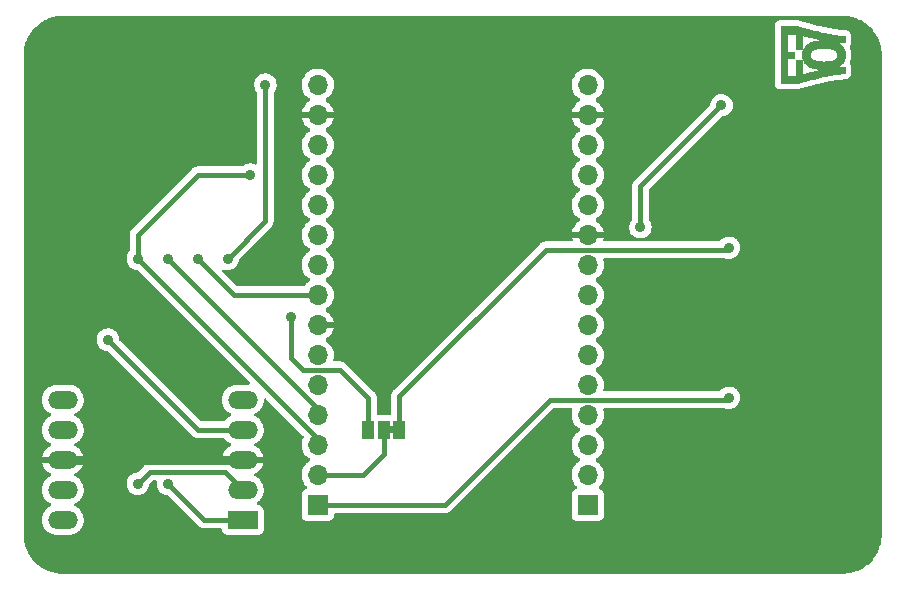
<source format=gbr>
%TF.GenerationSoftware,KiCad,Pcbnew,(5.99.0-9801-g46d71f0d23)*%
%TF.CreationDate,2021-03-18T00:24:41-04:00*%
%TF.ProjectId,PCB-S,5043422d-532e-46b6-9963-61645f706362,rev?*%
%TF.SameCoordinates,Original*%
%TF.FileFunction,Copper,L2,Bot*%
%TF.FilePolarity,Positive*%
%FSLAX46Y46*%
G04 Gerber Fmt 4.6, Leading zero omitted, Abs format (unit mm)*
G04 Created by KiCad (PCBNEW (5.99.0-9801-g46d71f0d23)) date 2021-03-18 00:24:41*
%MOMM*%
%LPD*%
G01*
G04 APERTURE LIST*
%TA.AperFunction,EtchedComponent*%
%ADD10C,0.010000*%
%TD*%
%TA.AperFunction,ComponentPad*%
%ADD11R,1.700000X1.700000*%
%TD*%
%TA.AperFunction,ComponentPad*%
%ADD12O,1.700000X1.700000*%
%TD*%
%TA.AperFunction,ComponentPad*%
%ADD13R,2.524000X1.524000*%
%TD*%
%TA.AperFunction,ComponentPad*%
%ADD14O,2.524000X1.524000*%
%TD*%
%TA.AperFunction,SMDPad,CuDef*%
%ADD15R,1.000000X1.500000*%
%TD*%
%TA.AperFunction,ViaPad*%
%ADD16C,0.889000*%
%TD*%
%TA.AperFunction,Conductor*%
%ADD17C,0.381000*%
%TD*%
%TA.AperFunction,Conductor*%
%ADD18C,0.762000*%
%TD*%
G04 APERTURE END LIST*
%TO.C,JP1*%
G36*
X196988000Y-63165000D02*
G01*
X196488000Y-63165000D01*
X196488000Y-62565000D01*
X196988000Y-62565000D01*
X196988000Y-63165000D01*
G37*
D10*
%TO.C,G\u002A\u002A\u002A*%
X231037751Y-33533190D02*
X231104327Y-33511664D01*
X231104327Y-33511664D02*
X231159042Y-33494427D01*
X231159042Y-33494427D02*
X231224255Y-33474666D01*
X231224255Y-33474666D02*
X231298805Y-33452697D01*
X231298805Y-33452697D02*
X231381532Y-33428836D01*
X231381532Y-33428836D02*
X231471273Y-33403401D01*
X231471273Y-33403401D02*
X231566867Y-33376706D01*
X231566867Y-33376706D02*
X231667154Y-33349070D01*
X231667154Y-33349070D02*
X231770971Y-33320808D01*
X231770971Y-33320808D02*
X231877158Y-33292237D01*
X231877158Y-33292237D02*
X231984553Y-33263673D01*
X231984553Y-33263673D02*
X232091996Y-33235432D01*
X232091996Y-33235432D02*
X232198323Y-33207833D01*
X232198323Y-33207833D02*
X232302376Y-33181189D01*
X232302376Y-33181189D02*
X232402991Y-33155819D01*
X232402991Y-33155819D02*
X232481924Y-33136235D01*
X232481924Y-33136235D02*
X232749246Y-33071662D01*
X232749246Y-33071662D02*
X233005728Y-33012184D01*
X233005728Y-33012184D02*
X233251394Y-32957798D01*
X233251394Y-32957798D02*
X233486268Y-32908498D01*
X233486268Y-32908498D02*
X233710375Y-32864281D01*
X233710375Y-32864281D02*
X233923739Y-32825143D01*
X233923739Y-32825143D02*
X234126382Y-32791080D01*
X234126382Y-32791080D02*
X234318330Y-32762087D01*
X234318330Y-32762087D02*
X234499605Y-32738160D01*
X234499605Y-32738160D02*
X234670233Y-32719295D01*
X234670233Y-32719295D02*
X234830237Y-32705488D01*
X234830237Y-32705488D02*
X234979641Y-32696735D01*
X234979641Y-32696735D02*
X235012705Y-32695429D01*
X235012705Y-32695429D02*
X235128214Y-32691303D01*
X235128214Y-32691303D02*
X235128214Y-32177083D01*
X235128214Y-32177083D02*
X235048708Y-32177141D01*
X235048708Y-32177141D02*
X234964964Y-32178324D01*
X234964964Y-32178324D02*
X234871521Y-32181776D01*
X234871521Y-32181776D02*
X234768057Y-32187519D01*
X234768057Y-32187519D02*
X234654250Y-32195578D01*
X234654250Y-32195578D02*
X234529777Y-32205976D01*
X234529777Y-32205976D02*
X234394317Y-32218737D01*
X234394317Y-32218737D02*
X234247546Y-32233885D01*
X234247546Y-32233885D02*
X234188743Y-32240272D01*
X234188743Y-32240272D02*
X234180387Y-32240539D01*
X234180387Y-32240539D02*
X234182036Y-32238318D01*
X234182036Y-32238318D02*
X234194104Y-32233434D01*
X234194104Y-32233434D02*
X234217007Y-32225713D01*
X234217007Y-32225713D02*
X234243145Y-32217458D01*
X234243145Y-32217458D02*
X234371649Y-32173045D01*
X234371649Y-32173045D02*
X234489761Y-32122753D01*
X234489761Y-32122753D02*
X234597601Y-32066491D01*
X234597601Y-32066491D02*
X234695291Y-32004168D01*
X234695291Y-32004168D02*
X234782950Y-31935694D01*
X234782950Y-31935694D02*
X234860700Y-31860978D01*
X234860700Y-31860978D02*
X234928660Y-31779929D01*
X234928660Y-31779929D02*
X234986952Y-31692456D01*
X234986952Y-31692456D02*
X235018750Y-31634041D01*
X235018750Y-31634041D02*
X235054961Y-31553495D01*
X235054961Y-31553495D02*
X235083463Y-31471109D01*
X235083463Y-31471109D02*
X235104638Y-31385069D01*
X235104638Y-31385069D02*
X235118869Y-31293559D01*
X235118869Y-31293559D02*
X235126538Y-31194767D01*
X235126538Y-31194767D02*
X235128214Y-31115000D01*
X235128214Y-31115000D02*
X235125192Y-31009414D01*
X235125192Y-31009414D02*
X235115874Y-30912476D01*
X235115874Y-30912476D02*
X235099880Y-30822390D01*
X235099880Y-30822390D02*
X235076833Y-30737364D01*
X235076833Y-30737364D02*
X235046355Y-30655603D01*
X235046355Y-30655603D02*
X235018763Y-30596086D01*
X235018763Y-30596086D02*
X234988348Y-30539195D01*
X234988348Y-30539195D02*
X234956848Y-30488549D01*
X234956848Y-30488549D02*
X234921916Y-30440918D01*
X234921916Y-30440918D02*
X234881205Y-30393072D01*
X234881205Y-30393072D02*
X234838380Y-30347864D01*
X234838380Y-30347864D02*
X234762516Y-30277957D01*
X234762516Y-30277957D02*
X234678394Y-30214185D01*
X234678394Y-30214185D02*
X234585448Y-30156228D01*
X234585448Y-30156228D02*
X234483109Y-30103766D01*
X234483109Y-30103766D02*
X234370810Y-30056479D01*
X234370810Y-30056479D02*
X234247985Y-30014049D01*
X234247985Y-30014049D02*
X234243145Y-30012541D01*
X234243145Y-30012541D02*
X234211355Y-30002446D01*
X234211355Y-30002446D02*
X234190729Y-29995327D01*
X234190729Y-29995327D02*
X234180853Y-29991008D01*
X234180853Y-29991008D02*
X234181310Y-29989317D01*
X234181310Y-29989317D02*
X234188743Y-29989728D01*
X234188743Y-29989728D02*
X234339896Y-30005789D01*
X234339896Y-30005789D02*
X234479616Y-30019454D01*
X234479616Y-30019454D02*
X234608226Y-30030747D01*
X234608226Y-30030747D02*
X234726048Y-30039692D01*
X234726048Y-30039692D02*
X234833404Y-30046313D01*
X234833404Y-30046313D02*
X234930617Y-30050632D01*
X234930617Y-30050632D02*
X235018009Y-30052675D01*
X235018009Y-30052675D02*
X235048708Y-30052859D01*
X235048708Y-30052859D02*
X235128214Y-30052916D01*
X235128214Y-30052916D02*
X235128214Y-29536875D01*
X235128214Y-29536875D02*
X235078710Y-29536788D01*
X235078710Y-29536788D02*
X235044732Y-29536184D01*
X235044732Y-29536184D02*
X235001312Y-29534571D01*
X235001312Y-29534571D02*
X234950957Y-29532096D01*
X234950957Y-29532096D02*
X234896169Y-29528907D01*
X234896169Y-29528907D02*
X234839455Y-29525152D01*
X234839455Y-29525152D02*
X234783318Y-29520979D01*
X234783318Y-29520979D02*
X234730262Y-29516536D01*
X234730262Y-29516536D02*
X234720182Y-29515622D01*
X234720182Y-29515622D02*
X234562954Y-29499300D01*
X234562954Y-29499300D02*
X234395137Y-29478297D01*
X234395137Y-29478297D02*
X234217156Y-29452700D01*
X234217156Y-29452700D02*
X234144137Y-29440991D01*
X234144137Y-29440991D02*
X234144137Y-29980910D01*
X234144137Y-29980910D02*
X234149076Y-29983106D01*
X234149076Y-29983106D02*
X234148137Y-29984911D01*
X234148137Y-29984911D02*
X234141016Y-29985629D01*
X234141016Y-29985629D02*
X234140137Y-29984911D01*
X234140137Y-29984911D02*
X234140960Y-29981343D01*
X234140960Y-29981343D02*
X234144137Y-29980910D01*
X234144137Y-29980910D02*
X234144137Y-29440991D01*
X234144137Y-29440991D02*
X234029436Y-29422597D01*
X234029436Y-29422597D02*
X233832401Y-29388074D01*
X233832401Y-29388074D02*
X233626477Y-29349220D01*
X233626477Y-29349220D02*
X233412087Y-29306120D01*
X233412087Y-29306120D02*
X233189656Y-29258863D01*
X233189656Y-29258863D02*
X232959609Y-29207536D01*
X232959609Y-29207536D02*
X232722371Y-29152225D01*
X232722371Y-29152225D02*
X232478366Y-29093018D01*
X232478366Y-29093018D02*
X232228019Y-29030002D01*
X232228019Y-29030002D02*
X231971754Y-28963265D01*
X231971754Y-28963265D02*
X231779951Y-28911911D01*
X231779951Y-28911911D02*
X231719041Y-28895296D01*
X231719041Y-28895296D02*
X231653657Y-28877241D01*
X231653657Y-28877241D02*
X231585359Y-28858193D01*
X231585359Y-28858193D02*
X231515706Y-28838598D01*
X231515706Y-28838598D02*
X231446258Y-28818902D01*
X231446258Y-28818902D02*
X231378574Y-28799552D01*
X231378574Y-28799552D02*
X231314213Y-28780995D01*
X231314213Y-28780995D02*
X231254736Y-28763676D01*
X231254736Y-28763676D02*
X231201702Y-28748042D01*
X231201702Y-28748042D02*
X231156670Y-28734540D01*
X231156670Y-28734540D02*
X231121200Y-28723616D01*
X231121200Y-28723616D02*
X231112836Y-28720965D01*
X231112836Y-28720965D02*
X231037277Y-28696809D01*
X231037277Y-28696809D02*
X230207827Y-28696809D01*
X230207827Y-28696809D02*
X230207827Y-29332859D01*
X230207827Y-29332859D02*
X231011890Y-29332859D01*
X231011890Y-29332859D02*
X231011890Y-30652963D01*
X231011890Y-30652963D02*
X231527931Y-30652963D01*
X231527931Y-30652963D02*
X231527931Y-29460908D01*
X231527931Y-29460908D02*
X231598436Y-29481295D01*
X231598436Y-29481295D02*
X231673494Y-29502318D01*
X231673494Y-29502318D02*
X231759177Y-29525095D01*
X231759177Y-29525095D02*
X231854282Y-29549346D01*
X231854282Y-29549346D02*
X231957609Y-29574791D01*
X231957609Y-29574791D02*
X232067953Y-29601147D01*
X232067953Y-29601147D02*
X232184114Y-29628135D01*
X232184114Y-29628135D02*
X232304890Y-29655474D01*
X232304890Y-29655474D02*
X232429077Y-29682883D01*
X232429077Y-29682883D02*
X232555475Y-29710081D01*
X232555475Y-29710081D02*
X232682880Y-29736787D01*
X232682880Y-29736787D02*
X232761028Y-29752809D01*
X232761028Y-29752809D02*
X232809569Y-29762529D01*
X232809569Y-29762529D02*
X232865802Y-29773545D01*
X232865802Y-29773545D02*
X232928034Y-29785543D01*
X232928034Y-29785543D02*
X232994571Y-29798210D01*
X232994571Y-29798210D02*
X233063720Y-29811233D01*
X233063720Y-29811233D02*
X233133787Y-29824297D01*
X233133787Y-29824297D02*
X233203080Y-29837091D01*
X233203080Y-29837091D02*
X233269905Y-29849299D01*
X233269905Y-29849299D02*
X233332568Y-29860610D01*
X233332568Y-29860610D02*
X233389376Y-29870709D01*
X233389376Y-29870709D02*
X233438636Y-29879282D01*
X233438636Y-29879282D02*
X233478654Y-29886017D01*
X233478654Y-29886017D02*
X233494586Y-29888584D01*
X233494586Y-29888584D02*
X233521285Y-29892823D01*
X233521285Y-29892823D02*
X233542997Y-29896322D01*
X233542997Y-29896322D02*
X233557371Y-29898699D01*
X233557371Y-29898699D02*
X233562091Y-29899567D01*
X233562091Y-29899567D02*
X233556300Y-29899639D01*
X233556300Y-29899639D02*
X233539757Y-29899707D01*
X233539757Y-29899707D02*
X233513716Y-29899767D01*
X233513716Y-29899767D02*
X233479426Y-29899818D01*
X233479426Y-29899818D02*
X233438139Y-29899859D01*
X233438139Y-29899859D02*
X233391104Y-29899887D01*
X233391104Y-29899887D02*
X233339573Y-29899902D01*
X233339573Y-29899902D02*
X233314572Y-29899904D01*
X233314572Y-29899904D02*
X233281861Y-29899985D01*
X233281861Y-29899985D02*
X233281861Y-30536603D01*
X233281861Y-30536603D02*
X233345562Y-30536632D01*
X233345562Y-30536632D02*
X233408034Y-30537165D01*
X233408034Y-30537165D02*
X233467076Y-30538202D01*
X233467076Y-30538202D02*
X233520484Y-30539744D01*
X233520484Y-30539744D02*
X233566055Y-30541790D01*
X233566055Y-30541790D02*
X233598094Y-30544022D01*
X233598094Y-30544022D02*
X233731629Y-30558776D01*
X233731629Y-30558776D02*
X233854449Y-30578568D01*
X233854449Y-30578568D02*
X233966531Y-30603387D01*
X233966531Y-30603387D02*
X234067853Y-30633221D01*
X234067853Y-30633221D02*
X234158394Y-30668057D01*
X234158394Y-30668057D02*
X234238130Y-30707884D01*
X234238130Y-30707884D02*
X234307040Y-30752690D01*
X234307040Y-30752690D02*
X234365102Y-30802462D01*
X234365102Y-30802462D02*
X234412293Y-30857190D01*
X234412293Y-30857190D02*
X234448592Y-30916862D01*
X234448592Y-30916862D02*
X234473975Y-30981464D01*
X234473975Y-30981464D02*
X234483253Y-31018980D01*
X234483253Y-31018980D02*
X234489360Y-31064746D01*
X234489360Y-31064746D02*
X234491273Y-31116035D01*
X234491273Y-31116035D02*
X234488981Y-31167118D01*
X234488981Y-31167118D02*
X234483667Y-31206360D01*
X234483667Y-31206360D02*
X234464712Y-31274442D01*
X234464712Y-31274442D02*
X234434867Y-31337489D01*
X234434867Y-31337489D02*
X234394133Y-31395500D01*
X234394133Y-31395500D02*
X234342515Y-31448473D01*
X234342515Y-31448473D02*
X234280017Y-31496405D01*
X234280017Y-31496405D02*
X234206641Y-31539295D01*
X234206641Y-31539295D02*
X234144137Y-31567373D01*
X234144137Y-31567373D02*
X234144137Y-32243089D01*
X234144137Y-32243089D02*
X234149076Y-32245284D01*
X234149076Y-32245284D02*
X234148137Y-32247089D01*
X234148137Y-32247089D02*
X234141016Y-32247807D01*
X234141016Y-32247807D02*
X234140137Y-32247089D01*
X234140137Y-32247089D02*
X234140960Y-32243522D01*
X234140960Y-32243522D02*
X234144137Y-32243089D01*
X234144137Y-32243089D02*
X234144137Y-31567373D01*
X234144137Y-31567373D02*
X234122392Y-31577142D01*
X234122392Y-31577142D02*
X234027273Y-31609942D01*
X234027273Y-31609942D02*
X233921286Y-31637695D01*
X233921286Y-31637695D02*
X233804437Y-31660397D01*
X233804437Y-31660397D02*
X233676728Y-31678049D01*
X233676728Y-31678049D02*
X233598094Y-31685935D01*
X233598094Y-31685935D02*
X233561406Y-31688405D01*
X233561406Y-31688405D02*
X233514927Y-31690377D01*
X233514927Y-31690377D02*
X233460857Y-31691849D01*
X233460857Y-31691849D02*
X233401397Y-31692823D01*
X233401397Y-31692823D02*
X233338746Y-31693297D01*
X233338746Y-31693297D02*
X233275104Y-31693272D01*
X233275104Y-31693272D02*
X233212671Y-31692749D01*
X233212671Y-31692749D02*
X233153647Y-31691726D01*
X233153647Y-31691726D02*
X233100232Y-31690204D01*
X233100232Y-31690204D02*
X233054626Y-31688183D01*
X233054626Y-31688183D02*
X233022049Y-31685935D01*
X233022049Y-31685935D02*
X232889006Y-31671355D01*
X232889006Y-31671355D02*
X232766852Y-31651862D01*
X232766852Y-31651862D02*
X232655519Y-31627432D01*
X232655519Y-31627432D02*
X232554936Y-31598040D01*
X232554936Y-31598040D02*
X232465034Y-31563665D01*
X232465034Y-31563665D02*
X232385744Y-31524281D01*
X232385744Y-31524281D02*
X232316994Y-31479867D01*
X232316994Y-31479867D02*
X232258717Y-31430398D01*
X232258717Y-31430398D02*
X232256126Y-31427840D01*
X232256126Y-31427840D02*
X232208639Y-31372941D01*
X232208639Y-31372941D02*
X232172214Y-31313552D01*
X232172214Y-31313552D02*
X232146725Y-31249369D01*
X232146725Y-31249369D02*
X232132048Y-31180090D01*
X232132048Y-31180090D02*
X232127978Y-31115000D01*
X232127978Y-31115000D02*
X232133424Y-31040683D01*
X232133424Y-31040683D02*
X232149763Y-30971404D01*
X232149763Y-30971404D02*
X232176995Y-30907162D01*
X232176995Y-30907162D02*
X232215118Y-30847958D01*
X232215118Y-30847958D02*
X232264134Y-30793791D01*
X232264134Y-30793791D02*
X232324042Y-30744661D01*
X232324042Y-30744661D02*
X232394842Y-30700569D01*
X232394842Y-30700569D02*
X232476535Y-30661515D01*
X232476535Y-30661515D02*
X232569119Y-30627498D01*
X232569119Y-30627498D02*
X232672595Y-30598519D01*
X232672595Y-30598519D02*
X232786962Y-30574578D01*
X232786962Y-30574578D02*
X232912222Y-30555675D01*
X232912222Y-30555675D02*
X233022049Y-30544022D01*
X233022049Y-30544022D02*
X233058842Y-30541530D01*
X233058842Y-30541530D02*
X233105424Y-30539542D01*
X233105424Y-30539542D02*
X233159589Y-30538058D01*
X233159589Y-30538058D02*
X233219136Y-30537078D01*
X233219136Y-30537078D02*
X233281861Y-30536603D01*
X233281861Y-30536603D02*
X233281861Y-29899985D01*
X233281861Y-29899985D02*
X233235180Y-29900102D01*
X233235180Y-29900102D02*
X233165741Y-29900774D01*
X233165741Y-29900774D02*
X233104214Y-29902033D01*
X233104214Y-29902033D02*
X233048555Y-29903995D01*
X233048555Y-29903995D02*
X232996722Y-29906774D01*
X232996722Y-29906774D02*
X232946674Y-29910485D01*
X232946674Y-29910485D02*
X232896368Y-29915242D01*
X232896368Y-29915242D02*
X232843761Y-29921161D01*
X232843761Y-29921161D02*
X232786812Y-29928355D01*
X232786812Y-29928355D02*
X232771397Y-29930401D01*
X232771397Y-29930401D02*
X232618353Y-29954969D01*
X232618353Y-29954969D02*
X232474457Y-29986471D01*
X232474457Y-29986471D02*
X232339850Y-30024856D01*
X232339850Y-30024856D02*
X232214673Y-30070072D01*
X232214673Y-30070072D02*
X232099066Y-30122067D01*
X232099066Y-30122067D02*
X231993170Y-30180791D01*
X231993170Y-30180791D02*
X231897124Y-30246191D01*
X231897124Y-30246191D02*
X231884055Y-30256200D01*
X231884055Y-30256200D02*
X231853461Y-30281472D01*
X231853461Y-30281472D02*
X231819294Y-30312135D01*
X231819294Y-30312135D02*
X231784331Y-30345486D01*
X231784331Y-30345486D02*
X231751350Y-30378820D01*
X231751350Y-30378820D02*
X231723130Y-30409434D01*
X231723130Y-30409434D02*
X231707580Y-30427946D01*
X231707580Y-30427946D02*
X231647017Y-30513967D01*
X231647017Y-30513967D02*
X231595914Y-30606968D01*
X231595914Y-30606968D02*
X231554587Y-30706152D01*
X231554587Y-30706152D02*
X231523351Y-30810727D01*
X231523351Y-30810727D02*
X231502523Y-30919898D01*
X231502523Y-30919898D02*
X231498261Y-30954251D01*
X231498261Y-30954251D02*
X231495259Y-30991905D01*
X231495259Y-30991905D02*
X231493263Y-31038086D01*
X231493263Y-31038086D02*
X231492273Y-31089361D01*
X231492273Y-31089361D02*
X231492289Y-31142298D01*
X231492289Y-31142298D02*
X231493311Y-31193465D01*
X231493311Y-31193465D02*
X231495338Y-31239429D01*
X231495338Y-31239429D02*
X231498261Y-31275749D01*
X231498261Y-31275749D02*
X231516028Y-31388215D01*
X231516028Y-31388215D02*
X231544186Y-31494749D01*
X231544186Y-31494749D02*
X231582653Y-31595274D01*
X231582653Y-31595274D02*
X231631346Y-31689716D01*
X231631346Y-31689716D02*
X231690183Y-31778001D01*
X231690183Y-31778001D02*
X231759080Y-31860051D01*
X231759080Y-31860051D02*
X231837957Y-31935794D01*
X231837957Y-31935794D02*
X231926728Y-32005153D01*
X231926728Y-32005153D02*
X232025313Y-32068054D01*
X232025313Y-32068054D02*
X232133628Y-32124422D01*
X232133628Y-32124422D02*
X232251591Y-32174181D01*
X232251591Y-32174181D02*
X232379120Y-32217256D01*
X232379120Y-32217256D02*
X232516130Y-32253573D01*
X232516130Y-32253573D02*
X232593015Y-32270145D01*
X232593015Y-32270145D02*
X232671514Y-32284905D01*
X232671514Y-32284905D02*
X232747648Y-32297255D01*
X232747648Y-32297255D02*
X232823346Y-32307356D01*
X232823346Y-32307356D02*
X232900535Y-32315370D01*
X232900535Y-32315370D02*
X232981143Y-32321457D01*
X232981143Y-32321457D02*
X233067099Y-32325779D01*
X233067099Y-32325779D02*
X233160329Y-32328496D01*
X233160329Y-32328496D02*
X233262763Y-32329769D01*
X233262763Y-32329769D02*
X233308900Y-32329912D01*
X233308900Y-32329912D02*
X233562749Y-32330095D01*
X233562749Y-32330095D02*
X233497915Y-32340683D01*
X233497915Y-32340683D02*
X233389149Y-32358951D01*
X233389149Y-32358951D02*
X233274046Y-32379227D01*
X233274046Y-32379227D02*
X233153771Y-32401260D01*
X233153771Y-32401260D02*
X233029490Y-32424800D01*
X233029490Y-32424800D02*
X232902369Y-32449598D01*
X232902369Y-32449598D02*
X232773574Y-32475403D01*
X232773574Y-32475403D02*
X232644271Y-32501966D01*
X232644271Y-32501966D02*
X232515625Y-32529036D01*
X232515625Y-32529036D02*
X232388803Y-32556363D01*
X232388803Y-32556363D02*
X232264969Y-32583697D01*
X232264969Y-32583697D02*
X232145291Y-32610789D01*
X232145291Y-32610789D02*
X232030933Y-32637388D01*
X232030933Y-32637388D02*
X231923062Y-32663244D01*
X231923062Y-32663244D02*
X231822844Y-32688107D01*
X231822844Y-32688107D02*
X231731444Y-32711728D01*
X231731444Y-32711728D02*
X231650028Y-32733856D01*
X231650028Y-32733856D02*
X231606385Y-32746333D01*
X231606385Y-32746333D02*
X231527931Y-32769266D01*
X231527931Y-32769266D02*
X231527931Y-31577036D01*
X231527931Y-31577036D02*
X231011890Y-31577036D01*
X231011890Y-31577036D02*
X231011890Y-32897140D01*
X231011890Y-32897140D02*
X230207827Y-32897140D01*
X230207827Y-32897140D02*
X230207827Y-31373020D01*
X230207827Y-31373020D02*
X230807874Y-31373020D01*
X230807874Y-31373020D02*
X230807874Y-30856979D01*
X230807874Y-30856979D02*
X230207827Y-30856979D01*
X230207827Y-30856979D02*
X230207827Y-29332859D01*
X230207827Y-29332859D02*
X230207827Y-28696809D01*
X230207827Y-28696809D02*
X229691786Y-28696809D01*
X229691786Y-28696809D02*
X229691786Y-33533190D01*
X229691786Y-33533190D02*
X231037751Y-33533190D01*
X231037751Y-33533190D02*
X231037751Y-33533190D01*
G36*
X231112836Y-28720965D02*
G01*
X231121200Y-28723616D01*
X231156670Y-28734540D01*
X231201702Y-28748042D01*
X231254736Y-28763676D01*
X231314213Y-28780995D01*
X231378574Y-28799552D01*
X231446258Y-28818902D01*
X231515706Y-28838598D01*
X231585359Y-28858193D01*
X231653657Y-28877241D01*
X231719041Y-28895296D01*
X231779951Y-28911911D01*
X231971754Y-28963265D01*
X232228019Y-29030002D01*
X232478366Y-29093018D01*
X232722371Y-29152225D01*
X232959609Y-29207536D01*
X233189656Y-29258863D01*
X233412087Y-29306120D01*
X233626477Y-29349220D01*
X233832401Y-29388074D01*
X234029436Y-29422597D01*
X234144137Y-29440991D01*
X234217156Y-29452700D01*
X234395137Y-29478297D01*
X234562954Y-29499300D01*
X234720182Y-29515622D01*
X234730262Y-29516536D01*
X234783318Y-29520979D01*
X234839455Y-29525152D01*
X234896169Y-29528907D01*
X234950957Y-29532096D01*
X235001312Y-29534571D01*
X235044732Y-29536184D01*
X235078710Y-29536788D01*
X235128214Y-29536875D01*
X235128214Y-30052916D01*
X235048708Y-30052859D01*
X235018009Y-30052675D01*
X234930617Y-30050632D01*
X234833404Y-30046313D01*
X234726048Y-30039692D01*
X234608226Y-30030747D01*
X234479616Y-30019454D01*
X234339896Y-30005789D01*
X234188743Y-29989728D01*
X234181310Y-29989317D01*
X234180853Y-29991008D01*
X234190729Y-29995327D01*
X234211355Y-30002446D01*
X234243145Y-30012541D01*
X234247985Y-30014049D01*
X234370810Y-30056479D01*
X234483109Y-30103766D01*
X234585448Y-30156228D01*
X234678394Y-30214185D01*
X234762516Y-30277957D01*
X234838380Y-30347864D01*
X234881205Y-30393072D01*
X234921916Y-30440918D01*
X234956848Y-30488549D01*
X234988348Y-30539195D01*
X235018763Y-30596086D01*
X235046355Y-30655603D01*
X235076833Y-30737364D01*
X235099880Y-30822390D01*
X235115874Y-30912476D01*
X235125192Y-31009414D01*
X235128214Y-31115000D01*
X235126538Y-31194767D01*
X235118869Y-31293559D01*
X235104638Y-31385069D01*
X235083463Y-31471109D01*
X235054961Y-31553495D01*
X235018750Y-31634041D01*
X234986952Y-31692456D01*
X234928660Y-31779929D01*
X234860700Y-31860978D01*
X234782950Y-31935694D01*
X234695291Y-32004168D01*
X234597601Y-32066491D01*
X234489761Y-32122753D01*
X234371649Y-32173045D01*
X234243145Y-32217458D01*
X234217007Y-32225713D01*
X234194104Y-32233434D01*
X234182036Y-32238318D01*
X234180387Y-32240539D01*
X234188743Y-32240272D01*
X234247546Y-32233885D01*
X234394317Y-32218737D01*
X234529777Y-32205976D01*
X234654250Y-32195578D01*
X234768057Y-32187519D01*
X234871521Y-32181776D01*
X234964964Y-32178324D01*
X235048708Y-32177141D01*
X235128214Y-32177083D01*
X235128214Y-32691303D01*
X235012705Y-32695429D01*
X234979641Y-32696735D01*
X234830237Y-32705488D01*
X234670233Y-32719295D01*
X234499605Y-32738160D01*
X234318330Y-32762087D01*
X234126382Y-32791080D01*
X233923739Y-32825143D01*
X233710375Y-32864281D01*
X233486268Y-32908498D01*
X233251394Y-32957798D01*
X233005728Y-33012184D01*
X232749246Y-33071662D01*
X232481924Y-33136235D01*
X232402991Y-33155819D01*
X232302376Y-33181189D01*
X232198323Y-33207833D01*
X232091996Y-33235432D01*
X231984553Y-33263673D01*
X231877158Y-33292237D01*
X231770971Y-33320808D01*
X231667154Y-33349070D01*
X231566867Y-33376706D01*
X231471273Y-33403401D01*
X231381532Y-33428836D01*
X231298805Y-33452697D01*
X231224255Y-33474666D01*
X231159042Y-33494427D01*
X231104327Y-33511664D01*
X231037751Y-33533190D01*
X229691786Y-33533190D01*
X229691786Y-31373020D01*
X230207827Y-31373020D01*
X230207827Y-32897140D01*
X231011890Y-32897140D01*
X231011890Y-31577036D01*
X231527931Y-31577036D01*
X231527931Y-32769266D01*
X231606385Y-32746333D01*
X231650028Y-32733856D01*
X231731444Y-32711728D01*
X231822844Y-32688107D01*
X231923062Y-32663244D01*
X232030933Y-32637388D01*
X232145291Y-32610789D01*
X232264969Y-32583697D01*
X232388803Y-32556363D01*
X232515625Y-32529036D01*
X232644271Y-32501966D01*
X232773574Y-32475403D01*
X232902369Y-32449598D01*
X233029490Y-32424800D01*
X233153771Y-32401260D01*
X233274046Y-32379227D01*
X233389149Y-32358951D01*
X233497915Y-32340683D01*
X233562749Y-32330095D01*
X233308900Y-32329912D01*
X233262763Y-32329769D01*
X233160329Y-32328496D01*
X233067099Y-32325779D01*
X232981143Y-32321457D01*
X232900535Y-32315370D01*
X232823346Y-32307356D01*
X232747648Y-32297255D01*
X232671514Y-32284905D01*
X232593015Y-32270145D01*
X232516130Y-32253573D01*
X232491668Y-32247089D01*
X234140137Y-32247089D01*
X234141016Y-32247807D01*
X234148137Y-32247089D01*
X234149076Y-32245284D01*
X234144137Y-32243089D01*
X234140960Y-32243522D01*
X234140137Y-32247089D01*
X232491668Y-32247089D01*
X232379120Y-32217256D01*
X232251591Y-32174181D01*
X232133628Y-32124422D01*
X232025313Y-32068054D01*
X231926728Y-32005153D01*
X231837957Y-31935794D01*
X231759080Y-31860051D01*
X231690183Y-31778001D01*
X231631346Y-31689716D01*
X231582653Y-31595274D01*
X231544186Y-31494749D01*
X231516028Y-31388215D01*
X231498261Y-31275749D01*
X231495338Y-31239429D01*
X231493311Y-31193465D01*
X231492289Y-31142298D01*
X231492281Y-31115000D01*
X232127978Y-31115000D01*
X232132048Y-31180090D01*
X232146725Y-31249369D01*
X232172214Y-31313552D01*
X232208639Y-31372941D01*
X232256126Y-31427840D01*
X232258717Y-31430398D01*
X232316994Y-31479867D01*
X232385744Y-31524281D01*
X232465034Y-31563665D01*
X232554936Y-31598040D01*
X232655519Y-31627432D01*
X232766852Y-31651862D01*
X232889006Y-31671355D01*
X233022049Y-31685935D01*
X233054626Y-31688183D01*
X233100232Y-31690204D01*
X233153647Y-31691726D01*
X233212671Y-31692749D01*
X233275104Y-31693272D01*
X233338746Y-31693297D01*
X233401397Y-31692823D01*
X233460857Y-31691849D01*
X233514927Y-31690377D01*
X233561406Y-31688405D01*
X233598094Y-31685935D01*
X233676728Y-31678049D01*
X233804437Y-31660397D01*
X233921286Y-31637695D01*
X234027273Y-31609942D01*
X234122392Y-31577142D01*
X234144137Y-31567373D01*
X234206641Y-31539295D01*
X234280017Y-31496405D01*
X234342515Y-31448473D01*
X234394133Y-31395500D01*
X234434867Y-31337489D01*
X234464712Y-31274442D01*
X234483667Y-31206360D01*
X234488981Y-31167118D01*
X234491273Y-31116035D01*
X234489360Y-31064746D01*
X234483253Y-31018980D01*
X234473975Y-30981464D01*
X234448592Y-30916862D01*
X234412293Y-30857190D01*
X234365102Y-30802462D01*
X234307040Y-30752690D01*
X234238130Y-30707884D01*
X234158394Y-30668057D01*
X234067853Y-30633221D01*
X233966531Y-30603387D01*
X233854449Y-30578568D01*
X233731629Y-30558776D01*
X233598094Y-30544022D01*
X233566055Y-30541790D01*
X233520484Y-30539744D01*
X233467076Y-30538202D01*
X233408034Y-30537165D01*
X233345562Y-30536632D01*
X233281861Y-30536603D01*
X233219136Y-30537078D01*
X233159589Y-30538058D01*
X233105424Y-30539542D01*
X233058842Y-30541530D01*
X233022049Y-30544022D01*
X232912222Y-30555675D01*
X232786962Y-30574578D01*
X232672595Y-30598519D01*
X232569119Y-30627498D01*
X232476535Y-30661515D01*
X232394842Y-30700569D01*
X232324042Y-30744661D01*
X232264134Y-30793791D01*
X232215118Y-30847958D01*
X232176995Y-30907162D01*
X232149763Y-30971404D01*
X232133424Y-31040683D01*
X232127978Y-31115000D01*
X231492281Y-31115000D01*
X231492273Y-31089361D01*
X231493263Y-31038086D01*
X231495259Y-30991905D01*
X231498261Y-30954251D01*
X231502523Y-30919898D01*
X231523351Y-30810727D01*
X231554587Y-30706152D01*
X231595914Y-30606968D01*
X231647017Y-30513967D01*
X231707580Y-30427946D01*
X231723130Y-30409434D01*
X231751350Y-30378820D01*
X231784331Y-30345486D01*
X231819294Y-30312135D01*
X231853461Y-30281472D01*
X231884055Y-30256200D01*
X231897124Y-30246191D01*
X231993170Y-30180791D01*
X232099066Y-30122067D01*
X232214673Y-30070072D01*
X232339850Y-30024856D01*
X232474457Y-29986471D01*
X232481583Y-29984911D01*
X234140137Y-29984911D01*
X234141016Y-29985629D01*
X234148137Y-29984911D01*
X234149076Y-29983106D01*
X234144137Y-29980910D01*
X234140960Y-29981343D01*
X234140137Y-29984911D01*
X232481583Y-29984911D01*
X232618353Y-29954969D01*
X232771397Y-29930401D01*
X232786812Y-29928355D01*
X232843761Y-29921161D01*
X232896368Y-29915242D01*
X232946674Y-29910485D01*
X232996722Y-29906774D01*
X233048555Y-29903995D01*
X233104214Y-29902033D01*
X233165741Y-29900774D01*
X233235180Y-29900102D01*
X233281861Y-29899985D01*
X233314572Y-29899904D01*
X233339573Y-29899902D01*
X233391104Y-29899887D01*
X233438139Y-29899859D01*
X233479426Y-29899818D01*
X233513716Y-29899767D01*
X233539757Y-29899707D01*
X233556300Y-29899639D01*
X233562091Y-29899567D01*
X233557371Y-29898699D01*
X233542997Y-29896322D01*
X233521285Y-29892823D01*
X233494586Y-29888584D01*
X233478654Y-29886017D01*
X233438636Y-29879282D01*
X233389376Y-29870709D01*
X233332568Y-29860610D01*
X233269905Y-29849299D01*
X233203080Y-29837091D01*
X233133787Y-29824297D01*
X233063720Y-29811233D01*
X232994571Y-29798210D01*
X232928034Y-29785543D01*
X232865802Y-29773545D01*
X232809569Y-29762529D01*
X232761028Y-29752809D01*
X232682880Y-29736787D01*
X232555475Y-29710081D01*
X232429077Y-29682883D01*
X232304890Y-29655474D01*
X232184114Y-29628135D01*
X232067953Y-29601147D01*
X231957609Y-29574791D01*
X231854282Y-29549346D01*
X231759177Y-29525095D01*
X231673494Y-29502318D01*
X231598436Y-29481295D01*
X231527931Y-29460908D01*
X231527931Y-30652963D01*
X231011890Y-30652963D01*
X231011890Y-29332859D01*
X230207827Y-29332859D01*
X230207827Y-30856979D01*
X230807874Y-30856979D01*
X230807874Y-31373020D01*
X230207827Y-31373020D01*
X229691786Y-31373020D01*
X229691786Y-28696809D01*
X231037277Y-28696809D01*
X231112836Y-28720965D01*
G37*
X231112836Y-28720965D02*
X231121200Y-28723616D01*
X231156670Y-28734540D01*
X231201702Y-28748042D01*
X231254736Y-28763676D01*
X231314213Y-28780995D01*
X231378574Y-28799552D01*
X231446258Y-28818902D01*
X231515706Y-28838598D01*
X231585359Y-28858193D01*
X231653657Y-28877241D01*
X231719041Y-28895296D01*
X231779951Y-28911911D01*
X231971754Y-28963265D01*
X232228019Y-29030002D01*
X232478366Y-29093018D01*
X232722371Y-29152225D01*
X232959609Y-29207536D01*
X233189656Y-29258863D01*
X233412087Y-29306120D01*
X233626477Y-29349220D01*
X233832401Y-29388074D01*
X234029436Y-29422597D01*
X234144137Y-29440991D01*
X234217156Y-29452700D01*
X234395137Y-29478297D01*
X234562954Y-29499300D01*
X234720182Y-29515622D01*
X234730262Y-29516536D01*
X234783318Y-29520979D01*
X234839455Y-29525152D01*
X234896169Y-29528907D01*
X234950957Y-29532096D01*
X235001312Y-29534571D01*
X235044732Y-29536184D01*
X235078710Y-29536788D01*
X235128214Y-29536875D01*
X235128214Y-30052916D01*
X235048708Y-30052859D01*
X235018009Y-30052675D01*
X234930617Y-30050632D01*
X234833404Y-30046313D01*
X234726048Y-30039692D01*
X234608226Y-30030747D01*
X234479616Y-30019454D01*
X234339896Y-30005789D01*
X234188743Y-29989728D01*
X234181310Y-29989317D01*
X234180853Y-29991008D01*
X234190729Y-29995327D01*
X234211355Y-30002446D01*
X234243145Y-30012541D01*
X234247985Y-30014049D01*
X234370810Y-30056479D01*
X234483109Y-30103766D01*
X234585448Y-30156228D01*
X234678394Y-30214185D01*
X234762516Y-30277957D01*
X234838380Y-30347864D01*
X234881205Y-30393072D01*
X234921916Y-30440918D01*
X234956848Y-30488549D01*
X234988348Y-30539195D01*
X235018763Y-30596086D01*
X235046355Y-30655603D01*
X235076833Y-30737364D01*
X235099880Y-30822390D01*
X235115874Y-30912476D01*
X235125192Y-31009414D01*
X235128214Y-31115000D01*
X235126538Y-31194767D01*
X235118869Y-31293559D01*
X235104638Y-31385069D01*
X235083463Y-31471109D01*
X235054961Y-31553495D01*
X235018750Y-31634041D01*
X234986952Y-31692456D01*
X234928660Y-31779929D01*
X234860700Y-31860978D01*
X234782950Y-31935694D01*
X234695291Y-32004168D01*
X234597601Y-32066491D01*
X234489761Y-32122753D01*
X234371649Y-32173045D01*
X234243145Y-32217458D01*
X234217007Y-32225713D01*
X234194104Y-32233434D01*
X234182036Y-32238318D01*
X234180387Y-32240539D01*
X234188743Y-32240272D01*
X234247546Y-32233885D01*
X234394317Y-32218737D01*
X234529777Y-32205976D01*
X234654250Y-32195578D01*
X234768057Y-32187519D01*
X234871521Y-32181776D01*
X234964964Y-32178324D01*
X235048708Y-32177141D01*
X235128214Y-32177083D01*
X235128214Y-32691303D01*
X235012705Y-32695429D01*
X234979641Y-32696735D01*
X234830237Y-32705488D01*
X234670233Y-32719295D01*
X234499605Y-32738160D01*
X234318330Y-32762087D01*
X234126382Y-32791080D01*
X233923739Y-32825143D01*
X233710375Y-32864281D01*
X233486268Y-32908498D01*
X233251394Y-32957798D01*
X233005728Y-33012184D01*
X232749246Y-33071662D01*
X232481924Y-33136235D01*
X232402991Y-33155819D01*
X232302376Y-33181189D01*
X232198323Y-33207833D01*
X232091996Y-33235432D01*
X231984553Y-33263673D01*
X231877158Y-33292237D01*
X231770971Y-33320808D01*
X231667154Y-33349070D01*
X231566867Y-33376706D01*
X231471273Y-33403401D01*
X231381532Y-33428836D01*
X231298805Y-33452697D01*
X231224255Y-33474666D01*
X231159042Y-33494427D01*
X231104327Y-33511664D01*
X231037751Y-33533190D01*
X229691786Y-33533190D01*
X229691786Y-31373020D01*
X230207827Y-31373020D01*
X230207827Y-32897140D01*
X231011890Y-32897140D01*
X231011890Y-31577036D01*
X231527931Y-31577036D01*
X231527931Y-32769266D01*
X231606385Y-32746333D01*
X231650028Y-32733856D01*
X231731444Y-32711728D01*
X231822844Y-32688107D01*
X231923062Y-32663244D01*
X232030933Y-32637388D01*
X232145291Y-32610789D01*
X232264969Y-32583697D01*
X232388803Y-32556363D01*
X232515625Y-32529036D01*
X232644271Y-32501966D01*
X232773574Y-32475403D01*
X232902369Y-32449598D01*
X233029490Y-32424800D01*
X233153771Y-32401260D01*
X233274046Y-32379227D01*
X233389149Y-32358951D01*
X233497915Y-32340683D01*
X233562749Y-32330095D01*
X233308900Y-32329912D01*
X233262763Y-32329769D01*
X233160329Y-32328496D01*
X233067099Y-32325779D01*
X232981143Y-32321457D01*
X232900535Y-32315370D01*
X232823346Y-32307356D01*
X232747648Y-32297255D01*
X232671514Y-32284905D01*
X232593015Y-32270145D01*
X232516130Y-32253573D01*
X232491668Y-32247089D01*
X234140137Y-32247089D01*
X234141016Y-32247807D01*
X234148137Y-32247089D01*
X234149076Y-32245284D01*
X234144137Y-32243089D01*
X234140960Y-32243522D01*
X234140137Y-32247089D01*
X232491668Y-32247089D01*
X232379120Y-32217256D01*
X232251591Y-32174181D01*
X232133628Y-32124422D01*
X232025313Y-32068054D01*
X231926728Y-32005153D01*
X231837957Y-31935794D01*
X231759080Y-31860051D01*
X231690183Y-31778001D01*
X231631346Y-31689716D01*
X231582653Y-31595274D01*
X231544186Y-31494749D01*
X231516028Y-31388215D01*
X231498261Y-31275749D01*
X231495338Y-31239429D01*
X231493311Y-31193465D01*
X231492289Y-31142298D01*
X231492281Y-31115000D01*
X232127978Y-31115000D01*
X232132048Y-31180090D01*
X232146725Y-31249369D01*
X232172214Y-31313552D01*
X232208639Y-31372941D01*
X232256126Y-31427840D01*
X232258717Y-31430398D01*
X232316994Y-31479867D01*
X232385744Y-31524281D01*
X232465034Y-31563665D01*
X232554936Y-31598040D01*
X232655519Y-31627432D01*
X232766852Y-31651862D01*
X232889006Y-31671355D01*
X233022049Y-31685935D01*
X233054626Y-31688183D01*
X233100232Y-31690204D01*
X233153647Y-31691726D01*
X233212671Y-31692749D01*
X233275104Y-31693272D01*
X233338746Y-31693297D01*
X233401397Y-31692823D01*
X233460857Y-31691849D01*
X233514927Y-31690377D01*
X233561406Y-31688405D01*
X233598094Y-31685935D01*
X233676728Y-31678049D01*
X233804437Y-31660397D01*
X233921286Y-31637695D01*
X234027273Y-31609942D01*
X234122392Y-31577142D01*
X234144137Y-31567373D01*
X234206641Y-31539295D01*
X234280017Y-31496405D01*
X234342515Y-31448473D01*
X234394133Y-31395500D01*
X234434867Y-31337489D01*
X234464712Y-31274442D01*
X234483667Y-31206360D01*
X234488981Y-31167118D01*
X234491273Y-31116035D01*
X234489360Y-31064746D01*
X234483253Y-31018980D01*
X234473975Y-30981464D01*
X234448592Y-30916862D01*
X234412293Y-30857190D01*
X234365102Y-30802462D01*
X234307040Y-30752690D01*
X234238130Y-30707884D01*
X234158394Y-30668057D01*
X234067853Y-30633221D01*
X233966531Y-30603387D01*
X233854449Y-30578568D01*
X233731629Y-30558776D01*
X233598094Y-30544022D01*
X233566055Y-30541790D01*
X233520484Y-30539744D01*
X233467076Y-30538202D01*
X233408034Y-30537165D01*
X233345562Y-30536632D01*
X233281861Y-30536603D01*
X233219136Y-30537078D01*
X233159589Y-30538058D01*
X233105424Y-30539542D01*
X233058842Y-30541530D01*
X233022049Y-30544022D01*
X232912222Y-30555675D01*
X232786962Y-30574578D01*
X232672595Y-30598519D01*
X232569119Y-30627498D01*
X232476535Y-30661515D01*
X232394842Y-30700569D01*
X232324042Y-30744661D01*
X232264134Y-30793791D01*
X232215118Y-30847958D01*
X232176995Y-30907162D01*
X232149763Y-30971404D01*
X232133424Y-31040683D01*
X232127978Y-31115000D01*
X231492281Y-31115000D01*
X231492273Y-31089361D01*
X231493263Y-31038086D01*
X231495259Y-30991905D01*
X231498261Y-30954251D01*
X231502523Y-30919898D01*
X231523351Y-30810727D01*
X231554587Y-30706152D01*
X231595914Y-30606968D01*
X231647017Y-30513967D01*
X231707580Y-30427946D01*
X231723130Y-30409434D01*
X231751350Y-30378820D01*
X231784331Y-30345486D01*
X231819294Y-30312135D01*
X231853461Y-30281472D01*
X231884055Y-30256200D01*
X231897124Y-30246191D01*
X231993170Y-30180791D01*
X232099066Y-30122067D01*
X232214673Y-30070072D01*
X232339850Y-30024856D01*
X232474457Y-29986471D01*
X232481583Y-29984911D01*
X234140137Y-29984911D01*
X234141016Y-29985629D01*
X234148137Y-29984911D01*
X234149076Y-29983106D01*
X234144137Y-29980910D01*
X234140960Y-29981343D01*
X234140137Y-29984911D01*
X232481583Y-29984911D01*
X232618353Y-29954969D01*
X232771397Y-29930401D01*
X232786812Y-29928355D01*
X232843761Y-29921161D01*
X232896368Y-29915242D01*
X232946674Y-29910485D01*
X232996722Y-29906774D01*
X233048555Y-29903995D01*
X233104214Y-29902033D01*
X233165741Y-29900774D01*
X233235180Y-29900102D01*
X233281861Y-29899985D01*
X233314572Y-29899904D01*
X233339573Y-29899902D01*
X233391104Y-29899887D01*
X233438139Y-29899859D01*
X233479426Y-29899818D01*
X233513716Y-29899767D01*
X233539757Y-29899707D01*
X233556300Y-29899639D01*
X233562091Y-29899567D01*
X233557371Y-29898699D01*
X233542997Y-29896322D01*
X233521285Y-29892823D01*
X233494586Y-29888584D01*
X233478654Y-29886017D01*
X233438636Y-29879282D01*
X233389376Y-29870709D01*
X233332568Y-29860610D01*
X233269905Y-29849299D01*
X233203080Y-29837091D01*
X233133787Y-29824297D01*
X233063720Y-29811233D01*
X232994571Y-29798210D01*
X232928034Y-29785543D01*
X232865802Y-29773545D01*
X232809569Y-29762529D01*
X232761028Y-29752809D01*
X232682880Y-29736787D01*
X232555475Y-29710081D01*
X232429077Y-29682883D01*
X232304890Y-29655474D01*
X232184114Y-29628135D01*
X232067953Y-29601147D01*
X231957609Y-29574791D01*
X231854282Y-29549346D01*
X231759177Y-29525095D01*
X231673494Y-29502318D01*
X231598436Y-29481295D01*
X231527931Y-29460908D01*
X231527931Y-30652963D01*
X231011890Y-30652963D01*
X231011890Y-29332859D01*
X230207827Y-29332859D01*
X230207827Y-30856979D01*
X230807874Y-30856979D01*
X230807874Y-31373020D01*
X230207827Y-31373020D01*
X229691786Y-31373020D01*
X229691786Y-28696809D01*
X231037277Y-28696809D01*
X231112836Y-28720965D01*
%TD*%
D11*
%TO.P,J1,1,Pin_1*%
%TO.N,/TEMP*%
X213360000Y-69215000D03*
D12*
%TO.P,J1,2,Pin_2*%
%TO.N,unconnected-(J1-Pad2)*%
X213360000Y-66675000D03*
%TO.P,J1,3,Pin_3*%
%TO.N,unconnected-(J1-Pad3)*%
X213360000Y-64135000D03*
%TO.P,J1,4,Pin_4*%
%TO.N,/BT3*%
X213360000Y-61595000D03*
%TO.P,J1,5,Pin_5*%
%TO.N,unconnected-(J1-Pad5)*%
X213360000Y-59055000D03*
%TO.P,J1,6,Pin_6*%
%TO.N,unconnected-(J1-Pad6)*%
X213360000Y-56515000D03*
%TO.P,J1,7,Pin_7*%
%TO.N,unconnected-(J1-Pad7)*%
X213360000Y-53975000D03*
%TO.P,J1,8,Pin_8*%
%TO.N,unconnected-(J1-Pad8)*%
X213360000Y-51435000D03*
%TO.P,J1,9,Pin_9*%
%TO.N,unconnected-(J1-Pad9)*%
X213360000Y-48895000D03*
%TO.P,J1,10,Pin_10*%
%TO.N,GND*%
X213360000Y-46355000D03*
%TO.P,J1,11,Pin_11*%
%TO.N,+3V3*%
X213360000Y-43815000D03*
%TO.P,J1,12,Pin_12*%
%TO.N,unconnected-(J1-Pad12)*%
X213360000Y-41275000D03*
%TO.P,J1,13,Pin_13*%
%TO.N,unconnected-(J1-Pad13)*%
X213360000Y-38735000D03*
%TO.P,J1,14,Pin_14*%
%TO.N,GND*%
X213360000Y-36195000D03*
%TO.P,J1,15,Pin_15*%
%TO.N,unconnected-(J1-Pad15)*%
X213360000Y-33655000D03*
%TD*%
D11*
%TO.P,J2,1,Pin_1*%
%TO.N,/BT1*%
X190500000Y-69215000D03*
D12*
%TO.P,J2,2,Pin_2*%
%TO.N,/IO-C1*%
X190500000Y-66675000D03*
%TO.P,J2,3,Pin_3*%
%TO.N,/SEGD*%
X190500000Y-64135000D03*
%TO.P,J2,4,Pin_4*%
%TO.N,/SEGE*%
X190500000Y-61595000D03*
%TO.P,J2,5,Pin_5*%
%TO.N,/SEGG*%
X190500000Y-59055000D03*
%TO.P,J2,6,Pin_6*%
%TO.N,+3V3*%
X190500000Y-56515000D03*
%TO.P,J2,7,Pin_7*%
%TO.N,GND*%
X190500000Y-53975000D03*
%TO.P,J2,8,Pin_8*%
%TO.N,/SEGF*%
X190500000Y-51435000D03*
%TO.P,J2,9,Pin_9*%
%TO.N,/SEGC*%
X190500000Y-48895000D03*
%TO.P,J2,10,Pin_10*%
%TO.N,/SEGB*%
X190500000Y-46355000D03*
%TO.P,J2,11,Pin_11*%
%TO.N,/SEGA*%
X190500000Y-43815000D03*
%TO.P,J2,12,Pin_12*%
%TO.N,unconnected-(J2-Pad12)*%
X190500000Y-41275000D03*
%TO.P,J2,13,Pin_13*%
%TO.N,unconnected-(J2-Pad13)*%
X190500000Y-38735000D03*
%TO.P,J2,14,Pin_14*%
%TO.N,GND*%
X190500000Y-36195000D03*
%TO.P,J2,15,Pin_15*%
%TO.N,+3V3*%
X190500000Y-33655000D03*
%TD*%
D13*
%TO.P,D1,1,E*%
%TO.N,Net-(D1-Pad1)*%
X184150000Y-70485000D03*
D14*
%TO.P,D1,2,D*%
%TO.N,Net-(D1-Pad2)*%
X184150000Y-67945000D03*
%TO.P,D1,3,CC*%
%TO.N,GND*%
X184150000Y-65405000D03*
%TO.P,D1,4,C*%
%TO.N,Net-(D1-Pad4)*%
X184150000Y-62865000D03*
%TO.P,D1,5,DP*%
%TO.N,Net-(D1-Pad5)*%
X184150000Y-60325000D03*
%TO.P,D1,6,B*%
%TO.N,Net-(D1-Pad6)*%
X168910000Y-60325000D03*
%TO.P,D1,7,A*%
%TO.N,Net-(D1-Pad7)*%
X168910000Y-62865000D03*
%TO.P,D1,8,CC*%
%TO.N,GND*%
X168910000Y-65405000D03*
%TO.P,D1,9,F*%
%TO.N,Net-(D1-Pad9)*%
X168910000Y-67945000D03*
%TO.P,D1,10,G*%
%TO.N,Net-(D1-Pad10)*%
X168910000Y-70485000D03*
%TD*%
D15*
%TO.P,JP1,1,A*%
%TO.N,/BT2*%
X197388000Y-62865000D03*
%TO.P,JP1,2,C*%
%TO.N,/IO-C1*%
X196088000Y-62865000D03*
%TO.P,JP1,3,B*%
%TO.N,/SEGDP*%
X194788000Y-62865000D03*
%TD*%
D16*
%TO.N,Net-(D1-Pad4)*%
X172720000Y-55245000D03*
%TO.N,/BT2*%
X225310000Y-47460000D03*
%TO.N,/BT1*%
X225310000Y-60160000D03*
%TO.N,/SEGG*%
X186055000Y-33655000D03*
X182880000Y-48387000D03*
%TO.N,/SEGF*%
X180340000Y-48387000D03*
%TO.N,/SEGE*%
X177800000Y-48387000D03*
%TO.N,/SEGD*%
X184785000Y-41275000D03*
X175260000Y-48387000D03*
%TO.N,GND*%
X167005000Y-37465000D03*
X186690000Y-65405000D03*
X166370000Y-65405000D03*
%TO.N,Net-(D1-Pad2)*%
X175260000Y-67437000D03*
%TO.N,Net-(D1-Pad1)*%
X177800000Y-67437000D03*
%TO.N,/BT3*%
X224675000Y-35395000D03*
X217805000Y-45720000D03*
%TO.N,/SEGDP*%
X188214000Y-53340000D03*
%TD*%
D17*
%TO.N,Net-(D1-Pad4)*%
X184150000Y-62865000D02*
X180340000Y-62865000D01*
X180340000Y-62865000D02*
X172720000Y-55245000D01*
%TO.N,/BT2*%
X197388000Y-60041000D02*
X209804000Y-47625000D01*
X225145000Y-47625000D02*
X225310000Y-47460000D01*
X209804000Y-47625000D02*
X225145000Y-47625000D01*
X197388000Y-62865000D02*
X197388000Y-60041000D01*
%TO.N,/BT1*%
X201295000Y-69215000D02*
X190500000Y-69215000D01*
X225145000Y-60325000D02*
X225310000Y-60160000D01*
X210185000Y-60325000D02*
X225145000Y-60325000D01*
X210185000Y-60325000D02*
X201295000Y-69215000D01*
%TO.N,/SEGG*%
X186055000Y-45212000D02*
X186055000Y-33655000D01*
X186055000Y-45212000D02*
X182880000Y-48387000D01*
%TO.N,/SEGF*%
X190500000Y-51435000D02*
X183388000Y-51435000D01*
X183388000Y-51435000D02*
X180340000Y-48387000D01*
%TO.N,/SEGE*%
X190500000Y-61087000D02*
X177800000Y-48387000D01*
X190500000Y-61595000D02*
X190500000Y-61087000D01*
%TO.N,/SEGD*%
X180340000Y-41275000D02*
X175260000Y-46355000D01*
X184785000Y-41275000D02*
X180340000Y-41275000D01*
X175260000Y-46355000D02*
X175260000Y-48387000D01*
X190500000Y-64135000D02*
X190500000Y-63627000D01*
X190500000Y-63627000D02*
X175260000Y-48387000D01*
D18*
%TO.N,GND*%
X168910000Y-65405000D02*
X184150000Y-65405000D01*
D17*
%TO.N,Net-(D1-Pad2)*%
X184150000Y-67945000D02*
X182626000Y-66421000D01*
X182626000Y-66421000D02*
X176276000Y-66421000D01*
X176276000Y-66421000D02*
X175260000Y-67437000D01*
%TO.N,Net-(D1-Pad1)*%
X184150000Y-70485000D02*
X180848000Y-70485000D01*
X180848000Y-70485000D02*
X177800000Y-67437000D01*
%TO.N,/BT3*%
X217805000Y-45720000D02*
X217805000Y-42265000D01*
X217805000Y-42265000D02*
X224675000Y-35395000D01*
%TO.N,/SEGDP*%
X189230000Y-57785000D02*
X188214000Y-56769000D01*
X192405000Y-57785000D02*
X189230000Y-57785000D01*
X188214000Y-56769000D02*
X188214000Y-53340000D01*
X194788000Y-62865000D02*
X194788000Y-60168000D01*
X194788000Y-60168000D02*
X192405000Y-57785000D01*
%TO.N,/IO-C1*%
X196088000Y-64897000D02*
X194310000Y-66675000D01*
X194310000Y-66675000D02*
X190500000Y-66675000D01*
X196088000Y-64897000D02*
X196088000Y-62865000D01*
%TD*%
%TA.AperFunction,Conductor*%
%TO.N,GND*%
G36*
X234889162Y-27814776D02*
G01*
X234900013Y-27816618D01*
X234900021Y-27816619D01*
X234904807Y-27817431D01*
X235028226Y-27819116D01*
X235059828Y-27819548D01*
X235064701Y-27819709D01*
X235106298Y-27821889D01*
X235157691Y-27824582D01*
X235164260Y-27825099D01*
X235424421Y-27852443D01*
X235430938Y-27853301D01*
X235475242Y-27860318D01*
X235500504Y-27864319D01*
X235506989Y-27865521D01*
X235657733Y-27897562D01*
X235762896Y-27919916D01*
X235769289Y-27921451D01*
X235797549Y-27929024D01*
X235837247Y-27939661D01*
X235843571Y-27941534D01*
X236092371Y-28022373D01*
X236098591Y-28024575D01*
X236164341Y-28049815D01*
X236170433Y-28052339D01*
X236409381Y-28158724D01*
X236415322Y-28161557D01*
X236478078Y-28193533D01*
X236483868Y-28196677D01*
X236705671Y-28324735D01*
X236710406Y-28327469D01*
X236716027Y-28330913D01*
X236767453Y-28364309D01*
X236775075Y-28369259D01*
X236780505Y-28372991D01*
X236841052Y-28416981D01*
X236992152Y-28526762D01*
X236997385Y-28530778D01*
X237052081Y-28575070D01*
X237057097Y-28579354D01*
X237251508Y-28754402D01*
X237256293Y-28758943D01*
X237306060Y-28808710D01*
X237310601Y-28813495D01*
X237485637Y-29007893D01*
X237489921Y-29012908D01*
X237534232Y-29067627D01*
X237538248Y-29072861D01*
X237692001Y-29284484D01*
X237695738Y-29289921D01*
X237734080Y-29348963D01*
X237737526Y-29354587D01*
X237868319Y-29581126D01*
X237871467Y-29586923D01*
X237903430Y-29649654D01*
X237906270Y-29655608D01*
X238012667Y-29894579D01*
X238015191Y-29900673D01*
X238040425Y-29966409D01*
X238042625Y-29972623D01*
X238093711Y-30129848D01*
X238123461Y-30221411D01*
X238125335Y-30227737D01*
X238143552Y-30295727D01*
X238145091Y-30302139D01*
X238174019Y-30438231D01*
X238198490Y-30553353D01*
X238199476Y-30557993D01*
X238200677Y-30564470D01*
X238211702Y-30634078D01*
X238212558Y-30640580D01*
X238223182Y-30741661D01*
X238239900Y-30900725D01*
X238240417Y-30907301D01*
X238245291Y-31000306D01*
X238245452Y-31005179D01*
X238246382Y-31073229D01*
X238247525Y-31156916D01*
X238248222Y-31161349D01*
X238250472Y-31175666D01*
X238252000Y-31195230D01*
X238252000Y-71673080D01*
X238250224Y-71694162D01*
X238248382Y-71705013D01*
X238248381Y-71705021D01*
X238247569Y-71709807D01*
X238246879Y-71760339D01*
X238245452Y-71864826D01*
X238245291Y-71869700D01*
X238240417Y-71962691D01*
X238239900Y-71969266D01*
X238212560Y-72229400D01*
X238211699Y-72235940D01*
X238200677Y-72305532D01*
X238199474Y-72312019D01*
X238145095Y-72567846D01*
X238143556Y-72574259D01*
X238125336Y-72642259D01*
X238123463Y-72648582D01*
X238049990Y-72874709D01*
X238042627Y-72897371D01*
X238040425Y-72903591D01*
X238015185Y-72969341D01*
X238012661Y-72975433D01*
X237906280Y-73214372D01*
X237903439Y-73220328D01*
X237871465Y-73283079D01*
X237868318Y-73288875D01*
X237737530Y-73515408D01*
X237734091Y-73521021D01*
X237695729Y-73580093D01*
X237692001Y-73585517D01*
X237538244Y-73797144D01*
X237534228Y-73802377D01*
X237489923Y-73857089D01*
X237485639Y-73862105D01*
X237310602Y-74056504D01*
X237306061Y-74061289D01*
X237256294Y-74111056D01*
X237251509Y-74115597D01*
X237057105Y-74290639D01*
X237052090Y-74294923D01*
X236997383Y-74339224D01*
X236992156Y-74343234D01*
X236780490Y-74497019D01*
X236775070Y-74500744D01*
X236716036Y-74539080D01*
X236710413Y-74542526D01*
X236483870Y-74673321D01*
X236478073Y-74676469D01*
X236415342Y-74708432D01*
X236409388Y-74711271D01*
X236170433Y-74817662D01*
X236164338Y-74820187D01*
X236098585Y-74845427D01*
X236092373Y-74847627D01*
X235843574Y-74928466D01*
X235837272Y-74930333D01*
X235811244Y-74937307D01*
X235769282Y-74948550D01*
X235762869Y-74950090D01*
X235639316Y-74976352D01*
X235506962Y-75004485D01*
X235500513Y-75005680D01*
X235430943Y-75016699D01*
X235424431Y-75017556D01*
X235297251Y-75030923D01*
X235164271Y-75044900D01*
X235157695Y-75045417D01*
X235064694Y-75050291D01*
X235059821Y-75050452D01*
X234970734Y-75051669D01*
X234908085Y-75052525D01*
X234892925Y-75054908D01*
X234889335Y-75055472D01*
X234869771Y-75057000D01*
X168991920Y-75057000D01*
X168970838Y-75055224D01*
X168959987Y-75053382D01*
X168959979Y-75053381D01*
X168955193Y-75052569D01*
X168837561Y-75050963D01*
X168800174Y-75050452D01*
X168795300Y-75050291D01*
X168702309Y-75045417D01*
X168695734Y-75044900D01*
X168435600Y-75017560D01*
X168429060Y-75016699D01*
X168412434Y-75014066D01*
X168359462Y-75005676D01*
X168352988Y-75004475D01*
X168268399Y-74986495D01*
X168097154Y-74950095D01*
X168090741Y-74948556D01*
X168022741Y-74930336D01*
X168016415Y-74928462D01*
X167767629Y-74847627D01*
X167761409Y-74845425D01*
X167695659Y-74820185D01*
X167689567Y-74817661D01*
X167450628Y-74711280D01*
X167444672Y-74708439D01*
X167381921Y-74676465D01*
X167376125Y-74673318D01*
X167149592Y-74542530D01*
X167143979Y-74539091D01*
X167084907Y-74500729D01*
X167079483Y-74497001D01*
X167061676Y-74484063D01*
X166867851Y-74343240D01*
X166862623Y-74339228D01*
X166807911Y-74294923D01*
X166802895Y-74290639D01*
X166608496Y-74115602D01*
X166603711Y-74111061D01*
X166553944Y-74061294D01*
X166549403Y-74056509D01*
X166374361Y-73862105D01*
X166370077Y-73857090D01*
X166325776Y-73802383D01*
X166321760Y-73797149D01*
X166167981Y-73585490D01*
X166164256Y-73580070D01*
X166125920Y-73521036D01*
X166122474Y-73515413D01*
X165991679Y-73288870D01*
X165988531Y-73283073D01*
X165956568Y-73220342D01*
X165953729Y-73214388D01*
X165847338Y-72975433D01*
X165844813Y-72969338D01*
X165819573Y-72903585D01*
X165817371Y-72897367D01*
X165736538Y-72648587D01*
X165736538Y-72648585D01*
X165736534Y-72648574D01*
X165734664Y-72642261D01*
X165734664Y-72642259D01*
X165727693Y-72616244D01*
X165716450Y-72574282D01*
X165714910Y-72567869D01*
X165660527Y-72312019D01*
X165660515Y-72311962D01*
X165659317Y-72305496D01*
X165648303Y-72235955D01*
X165647442Y-72229415D01*
X165647441Y-72229400D01*
X165625085Y-72016700D01*
X165620100Y-71969271D01*
X165619583Y-71962695D01*
X165614709Y-71869694D01*
X165614548Y-71864821D01*
X165612847Y-71740341D01*
X165612475Y-71713085D01*
X165609528Y-71694335D01*
X165608000Y-71674771D01*
X165608000Y-67985064D01*
X167135129Y-67985064D01*
X167162373Y-68210191D01*
X167164023Y-68215553D01*
X167164023Y-68215555D01*
X167176383Y-68255732D01*
X167229052Y-68426936D01*
X167333060Y-68628447D01*
X167471108Y-68808355D01*
X167475254Y-68812128D01*
X167475259Y-68812133D01*
X167578984Y-68906515D01*
X167638834Y-68960974D01*
X167643588Y-68963956D01*
X167643592Y-68963959D01*
X167826179Y-69078496D01*
X167826183Y-69078498D01*
X167830935Y-69081479D01*
X167836139Y-69083571D01*
X167836141Y-69083572D01*
X167874239Y-69098887D01*
X167929983Y-69142854D01*
X167953108Y-69209979D01*
X167936271Y-69278950D01*
X167881487Y-69329520D01*
X167760718Y-69387124D01*
X167576562Y-69519453D01*
X167572655Y-69523485D01*
X167422986Y-69677931D01*
X167418750Y-69682302D01*
X167381720Y-69737409D01*
X167295397Y-69865870D01*
X167295394Y-69865876D01*
X167292271Y-69870523D01*
X167290018Y-69875655D01*
X167290016Y-69875659D01*
X167234089Y-70003064D01*
X167201121Y-70078167D01*
X167148183Y-70298671D01*
X167135129Y-70525064D01*
X167162373Y-70750191D01*
X167229052Y-70966936D01*
X167333060Y-71168447D01*
X167471108Y-71348355D01*
X167475254Y-71352128D01*
X167475259Y-71352133D01*
X167587016Y-71453823D01*
X167638834Y-71500974D01*
X167643590Y-71503957D01*
X167643592Y-71503959D01*
X167826179Y-71618496D01*
X167826183Y-71618498D01*
X167830935Y-71621479D01*
X168041340Y-71706061D01*
X168263398Y-71752047D01*
X168268009Y-71752313D01*
X168268010Y-71752313D01*
X168321461Y-71755395D01*
X168321465Y-71755395D01*
X168323284Y-71755500D01*
X169466023Y-71755500D01*
X169468810Y-71755251D01*
X169468816Y-71755251D01*
X169530704Y-71749727D01*
X169635872Y-71740341D01*
X169768841Y-71703965D01*
X169849188Y-71681985D01*
X169849192Y-71681984D01*
X169854604Y-71680503D01*
X170059282Y-71582876D01*
X170243438Y-71450547D01*
X170342469Y-71348355D01*
X170397347Y-71291726D01*
X170397349Y-71291723D01*
X170401250Y-71287698D01*
X170470932Y-71184000D01*
X170524603Y-71104130D01*
X170524606Y-71104124D01*
X170527729Y-71099477D01*
X170533129Y-71087177D01*
X170616622Y-70896975D01*
X170616623Y-70896973D01*
X170618879Y-70891833D01*
X170671817Y-70671329D01*
X170684871Y-70444936D01*
X170657627Y-70219809D01*
X170590948Y-70003064D01*
X170486940Y-69801553D01*
X170348892Y-69621645D01*
X170344746Y-69617872D01*
X170344741Y-69617867D01*
X170185319Y-69472805D01*
X170181166Y-69469026D01*
X170176408Y-69466041D01*
X169993821Y-69351504D01*
X169993817Y-69351502D01*
X169989065Y-69348521D01*
X169983861Y-69346429D01*
X169983859Y-69346428D01*
X169945761Y-69331113D01*
X169890017Y-69287146D01*
X169866892Y-69220021D01*
X169883729Y-69151050D01*
X169938513Y-69100480D01*
X169941853Y-69098887D01*
X170059282Y-69042876D01*
X170243438Y-68910547D01*
X170342469Y-68808355D01*
X170397347Y-68751726D01*
X170397349Y-68751723D01*
X170401250Y-68747698D01*
X170445372Y-68682037D01*
X170524603Y-68564130D01*
X170524606Y-68564124D01*
X170527729Y-68559477D01*
X170546815Y-68516000D01*
X170616622Y-68356975D01*
X170616623Y-68356973D01*
X170618879Y-68351833D01*
X170671817Y-68131329D01*
X170684871Y-67904936D01*
X170657627Y-67679809D01*
X170611689Y-67530484D01*
X174306572Y-67530484D01*
X174344843Y-67720288D01*
X174347336Y-67726162D01*
X174347337Y-67726164D01*
X174418004Y-67892646D01*
X174418007Y-67892651D01*
X174420498Y-67898520D01*
X174530446Y-68057899D01*
X174535050Y-68062314D01*
X174611214Y-68135352D01*
X174670196Y-68191914D01*
X174675592Y-68195312D01*
X174828636Y-68291690D01*
X174828640Y-68291692D01*
X174834039Y-68295092D01*
X174840009Y-68297336D01*
X174840013Y-68297338D01*
X175009314Y-68360974D01*
X175009319Y-68360975D01*
X175015283Y-68363217D01*
X175021579Y-68364214D01*
X175021582Y-68364215D01*
X175165762Y-68387050D01*
X175206523Y-68393506D01*
X175336520Y-68387603D01*
X175393564Y-68385013D01*
X175393565Y-68385013D01*
X175399948Y-68384723D01*
X175406139Y-68383156D01*
X175406142Y-68383156D01*
X175581463Y-68338793D01*
X175581465Y-68338792D01*
X175587655Y-68337226D01*
X175694782Y-68285438D01*
X175756232Y-68255732D01*
X175756234Y-68255731D01*
X175761978Y-68252954D01*
X175915796Y-68135352D01*
X176042825Y-67989222D01*
X176137875Y-67820534D01*
X176197065Y-67636179D01*
X176207713Y-67538167D01*
X176210276Y-67514578D01*
X176237519Y-67449016D01*
X176246444Y-67439092D01*
X176528631Y-67156905D01*
X176590943Y-67122879D01*
X176617726Y-67120000D01*
X176737510Y-67120000D01*
X176805631Y-67140002D01*
X176852124Y-67193658D01*
X176862228Y-67263932D01*
X176860847Y-67271766D01*
X176848554Y-67330608D01*
X176848553Y-67330613D01*
X176847248Y-67336862D01*
X176847109Y-67376730D01*
X176846628Y-67514578D01*
X176846572Y-67530484D01*
X176884843Y-67720288D01*
X176887336Y-67726162D01*
X176887337Y-67726164D01*
X176958004Y-67892646D01*
X176958007Y-67892651D01*
X176960498Y-67898520D01*
X177070446Y-68057899D01*
X177075050Y-68062314D01*
X177151214Y-68135352D01*
X177210196Y-68191914D01*
X177215592Y-68195312D01*
X177368636Y-68291690D01*
X177368640Y-68291692D01*
X177374039Y-68295092D01*
X177380009Y-68297336D01*
X177380013Y-68297338D01*
X177549314Y-68360974D01*
X177549319Y-68360975D01*
X177555283Y-68363217D01*
X177561579Y-68364214D01*
X177561582Y-68364215D01*
X177731572Y-68391138D01*
X177795726Y-68421550D01*
X177800957Y-68426492D01*
X179068125Y-69693661D01*
X180334889Y-70960425D01*
X180340743Y-70966690D01*
X180376932Y-71008174D01*
X180428473Y-71044398D01*
X180433733Y-71048304D01*
X180483309Y-71087177D01*
X180490234Y-71090304D01*
X180493293Y-71092156D01*
X180505955Y-71099378D01*
X180509106Y-71101068D01*
X180515324Y-71105438D01*
X180522403Y-71108198D01*
X180574008Y-71128318D01*
X180580086Y-71130873D01*
X180637475Y-71156785D01*
X180644942Y-71158169D01*
X180648359Y-71159240D01*
X180662402Y-71163240D01*
X180665846Y-71164124D01*
X180672922Y-71166883D01*
X180684802Y-71168447D01*
X180735366Y-71175104D01*
X180741880Y-71176136D01*
X180796328Y-71186227D01*
X180803796Y-71187611D01*
X180811376Y-71187174D01*
X180811377Y-71187174D01*
X180862792Y-71184209D01*
X180870046Y-71184000D01*
X182252684Y-71184000D01*
X182320805Y-71204002D01*
X182367298Y-71257658D01*
X182378363Y-71301010D01*
X182379727Y-71320079D01*
X182381631Y-71326562D01*
X182418036Y-71450547D01*
X182420904Y-71460316D01*
X182425775Y-71467895D01*
X182495051Y-71575691D01*
X182495053Y-71575694D01*
X182499923Y-71583271D01*
X182506733Y-71589172D01*
X182546434Y-71623573D01*
X182610381Y-71678984D01*
X182618579Y-71682728D01*
X182675345Y-71708652D01*
X182743330Y-71739700D01*
X182752245Y-71740982D01*
X182752246Y-71740982D01*
X182883552Y-71759861D01*
X182883559Y-71759862D01*
X182888000Y-71760500D01*
X185412000Y-71760500D01*
X185485079Y-71755273D01*
X185563165Y-71732345D01*
X185616670Y-71716635D01*
X185616672Y-71716634D01*
X185625316Y-71714096D01*
X185681347Y-71678087D01*
X185740691Y-71639949D01*
X185740694Y-71639947D01*
X185748271Y-71635077D01*
X185791413Y-71585289D01*
X185838082Y-71531431D01*
X185838084Y-71531428D01*
X185843984Y-71524619D01*
X185904700Y-71391670D01*
X185905982Y-71382754D01*
X185924861Y-71251448D01*
X185924862Y-71251441D01*
X185925500Y-71247000D01*
X185925500Y-69723000D01*
X185920273Y-69649921D01*
X185896846Y-69570136D01*
X185881635Y-69518330D01*
X185881634Y-69518328D01*
X185879096Y-69509684D01*
X185854574Y-69471528D01*
X185804949Y-69394309D01*
X185804947Y-69394306D01*
X185800077Y-69386729D01*
X185793267Y-69380828D01*
X185696431Y-69296918D01*
X185696428Y-69296916D01*
X185689619Y-69291016D01*
X185556670Y-69230300D01*
X185547755Y-69229018D01*
X185547754Y-69229018D01*
X185529681Y-69226420D01*
X185434460Y-69212729D01*
X185369881Y-69183237D01*
X185331497Y-69123511D01*
X185331497Y-69052515D01*
X185369880Y-68992788D01*
X185378867Y-68985690D01*
X185478872Y-68913829D01*
X185478879Y-68913823D01*
X185483438Y-68910547D01*
X185582469Y-68808355D01*
X185637347Y-68751726D01*
X185637349Y-68751723D01*
X185641250Y-68747698D01*
X185685372Y-68682037D01*
X185764603Y-68564130D01*
X185764606Y-68564124D01*
X185767729Y-68559477D01*
X185786815Y-68516000D01*
X185856622Y-68356975D01*
X185856623Y-68356973D01*
X185858879Y-68351833D01*
X185911817Y-68131329D01*
X185924871Y-67904936D01*
X185897627Y-67679809D01*
X185830948Y-67463064D01*
X185778944Y-67362309D01*
X185729512Y-67266536D01*
X185729512Y-67266535D01*
X185726940Y-67261553D01*
X185588892Y-67081645D01*
X185584746Y-67077872D01*
X185584741Y-67077867D01*
X185425319Y-66932805D01*
X185421166Y-66929026D01*
X185415035Y-66925180D01*
X185233821Y-66811504D01*
X185233817Y-66811502D01*
X185229065Y-66808521D01*
X185223861Y-66806429D01*
X185223859Y-66806428D01*
X185185134Y-66790861D01*
X185129390Y-66746894D01*
X185106265Y-66679769D01*
X185123102Y-66610798D01*
X185177886Y-66560228D01*
X185293968Y-66504859D01*
X185303581Y-66499174D01*
X185478552Y-66373445D01*
X185487018Y-66366137D01*
X185636952Y-66211416D01*
X185643995Y-66202719D01*
X185764159Y-66023896D01*
X185769547Y-66014096D01*
X185856148Y-65816815D01*
X185859715Y-65806216D01*
X185890829Y-65676616D01*
X185890124Y-65662530D01*
X185881245Y-65659000D01*
X182419635Y-65659000D01*
X182404395Y-65663475D01*
X182391365Y-65678512D01*
X182331639Y-65716896D01*
X182296141Y-65722000D01*
X176302633Y-65722000D01*
X176294064Y-65721708D01*
X176246732Y-65718481D01*
X176246728Y-65718481D01*
X176239156Y-65717965D01*
X176231679Y-65719270D01*
X176231677Y-65719270D01*
X176202199Y-65724415D01*
X176177110Y-65728794D01*
X176170626Y-65729751D01*
X176108072Y-65737321D01*
X176100971Y-65740004D01*
X176097503Y-65740856D01*
X176083434Y-65744705D01*
X176079999Y-65745742D01*
X176072522Y-65747047D01*
X176065572Y-65750098D01*
X176065568Y-65750099D01*
X176014846Y-65772364D01*
X176008741Y-65774855D01*
X175949840Y-65797113D01*
X175943580Y-65801415D01*
X175940405Y-65803075D01*
X175927658Y-65810170D01*
X175924594Y-65811982D01*
X175917635Y-65815037D01*
X175883359Y-65841338D01*
X175867676Y-65853372D01*
X175862339Y-65857250D01*
X175810436Y-65892922D01*
X175805386Y-65898590D01*
X175805385Y-65898591D01*
X175771108Y-65937063D01*
X175766126Y-65942339D01*
X175260308Y-66448157D01*
X175197996Y-66482183D01*
X175190062Y-66483643D01*
X175087369Y-66499174D01*
X175028069Y-66508142D01*
X175028068Y-66508142D01*
X175021755Y-66509097D01*
X175015769Y-66511300D01*
X175015763Y-66511301D01*
X174846026Y-66573752D01*
X174846021Y-66573754D01*
X174840040Y-66575955D01*
X174675481Y-66677987D01*
X174534799Y-66811023D01*
X174423741Y-66969630D01*
X174346843Y-67147330D01*
X174344843Y-67156905D01*
X174308554Y-67330608D01*
X174308553Y-67330613D01*
X174307248Y-67336862D01*
X174307109Y-67376730D01*
X174306628Y-67514578D01*
X174306572Y-67530484D01*
X170611689Y-67530484D01*
X170590948Y-67463064D01*
X170538944Y-67362309D01*
X170489512Y-67266536D01*
X170489512Y-67266535D01*
X170486940Y-67261553D01*
X170348892Y-67081645D01*
X170344746Y-67077872D01*
X170344741Y-67077867D01*
X170185319Y-66932805D01*
X170181166Y-66929026D01*
X170175035Y-66925180D01*
X169993821Y-66811504D01*
X169993817Y-66811502D01*
X169989065Y-66808521D01*
X169983861Y-66806429D01*
X169983859Y-66806428D01*
X169945134Y-66790861D01*
X169889390Y-66746894D01*
X169866265Y-66679769D01*
X169883102Y-66610798D01*
X169937886Y-66560228D01*
X170053968Y-66504859D01*
X170063581Y-66499174D01*
X170238552Y-66373445D01*
X170247018Y-66366137D01*
X170396952Y-66211416D01*
X170403995Y-66202719D01*
X170524159Y-66023896D01*
X170529547Y-66014096D01*
X170616148Y-65816815D01*
X170619715Y-65806216D01*
X170650829Y-65676616D01*
X170650124Y-65662530D01*
X170641245Y-65659000D01*
X167179635Y-65659000D01*
X167165653Y-65663105D01*
X167164064Y-65673346D01*
X167164511Y-65675447D01*
X167227866Y-65881386D01*
X167232087Y-65891731D01*
X167330910Y-66083196D01*
X167336895Y-66092627D01*
X167468061Y-66263566D01*
X167475627Y-66271795D01*
X167634985Y-66416798D01*
X167643888Y-66423557D01*
X167826414Y-66538054D01*
X167836363Y-66543124D01*
X167874848Y-66558594D01*
X167930593Y-66602561D01*
X167953719Y-66669685D01*
X167936883Y-66738657D01*
X167882098Y-66789227D01*
X167765787Y-66844705D01*
X167765777Y-66844711D01*
X167760718Y-66847124D01*
X167756165Y-66850396D01*
X167582079Y-66975489D01*
X167576562Y-66979453D01*
X167572655Y-66983485D01*
X167473218Y-67086096D01*
X167418750Y-67142302D01*
X167408651Y-67157331D01*
X167295397Y-67325870D01*
X167295394Y-67325876D01*
X167292271Y-67330523D01*
X167290018Y-67335655D01*
X167290016Y-67335659D01*
X167203378Y-67533025D01*
X167201121Y-67538167D01*
X167199811Y-67543624D01*
X167158901Y-67714029D01*
X167148183Y-67758671D01*
X167135129Y-67985064D01*
X165608000Y-67985064D01*
X165608000Y-60365064D01*
X167135129Y-60365064D01*
X167162373Y-60590191D01*
X167229052Y-60806936D01*
X167333060Y-61008447D01*
X167471108Y-61188355D01*
X167475254Y-61192128D01*
X167475259Y-61192133D01*
X167527647Y-61239802D01*
X167638834Y-61340974D01*
X167643590Y-61343957D01*
X167643592Y-61343959D01*
X167826179Y-61458496D01*
X167826183Y-61458498D01*
X167830935Y-61461479D01*
X167836139Y-61463571D01*
X167836141Y-61463572D01*
X167874239Y-61478887D01*
X167929983Y-61522854D01*
X167953108Y-61589979D01*
X167936271Y-61658950D01*
X167881487Y-61709520D01*
X167760718Y-61767124D01*
X167576562Y-61899453D01*
X167557042Y-61919596D01*
X167438501Y-62041921D01*
X167418750Y-62062302D01*
X167381822Y-62117257D01*
X167295397Y-62245870D01*
X167295394Y-62245876D01*
X167292271Y-62250523D01*
X167290018Y-62255655D01*
X167290016Y-62255659D01*
X167234089Y-62383064D01*
X167201121Y-62458167D01*
X167148183Y-62678671D01*
X167135129Y-62905064D01*
X167162373Y-63130191D01*
X167229052Y-63346936D01*
X167333060Y-63548447D01*
X167471108Y-63728355D01*
X167475254Y-63732128D01*
X167475259Y-63732133D01*
X167583415Y-63830547D01*
X167638834Y-63880974D01*
X167643590Y-63883957D01*
X167643592Y-63883959D01*
X167826179Y-63998496D01*
X167826183Y-63998498D01*
X167830935Y-64001479D01*
X167836139Y-64003571D01*
X167836141Y-64003572D01*
X167874866Y-64019139D01*
X167930610Y-64063106D01*
X167953735Y-64130231D01*
X167936898Y-64199202D01*
X167882114Y-64249772D01*
X167766032Y-64305141D01*
X167756419Y-64310826D01*
X167581448Y-64436555D01*
X167572982Y-64443863D01*
X167423048Y-64598584D01*
X167416005Y-64607281D01*
X167295841Y-64786104D01*
X167290453Y-64795904D01*
X167203852Y-64993185D01*
X167200285Y-65003784D01*
X167169171Y-65133384D01*
X167169876Y-65147470D01*
X167178755Y-65151000D01*
X170640365Y-65151000D01*
X170654347Y-65146895D01*
X170655936Y-65136654D01*
X170655489Y-65134553D01*
X170592134Y-64928614D01*
X170587913Y-64918269D01*
X170489090Y-64726804D01*
X170483105Y-64717373D01*
X170351939Y-64546434D01*
X170344373Y-64538205D01*
X170185015Y-64393202D01*
X170176112Y-64386443D01*
X169993586Y-64271946D01*
X169983637Y-64266876D01*
X169945152Y-64251406D01*
X169889407Y-64207439D01*
X169866281Y-64140315D01*
X169883117Y-64071343D01*
X169937902Y-64020773D01*
X170054213Y-63965295D01*
X170054223Y-63965289D01*
X170059282Y-63962876D01*
X170243438Y-63830547D01*
X170342469Y-63728355D01*
X170397347Y-63671726D01*
X170397349Y-63671723D01*
X170401250Y-63667698D01*
X170474672Y-63558434D01*
X170524603Y-63484130D01*
X170524606Y-63484124D01*
X170527729Y-63479477D01*
X170533006Y-63467457D01*
X170616622Y-63276975D01*
X170616623Y-63276973D01*
X170618879Y-63271833D01*
X170671817Y-63051329D01*
X170684871Y-62824936D01*
X170657627Y-62599809D01*
X170590948Y-62383064D01*
X170538944Y-62282308D01*
X170489512Y-62186536D01*
X170489512Y-62186535D01*
X170486940Y-62181553D01*
X170348892Y-62001645D01*
X170344746Y-61997872D01*
X170344741Y-61997867D01*
X170185319Y-61852805D01*
X170181166Y-61849026D01*
X170176408Y-61846041D01*
X169993821Y-61731504D01*
X169993817Y-61731502D01*
X169989065Y-61728521D01*
X169983861Y-61726429D01*
X169983859Y-61726428D01*
X169945761Y-61711113D01*
X169890017Y-61667146D01*
X169866892Y-61600021D01*
X169883729Y-61531050D01*
X169938513Y-61480480D01*
X169948954Y-61475500D01*
X170059282Y-61422876D01*
X170243438Y-61290547D01*
X170342469Y-61188355D01*
X170397347Y-61131726D01*
X170397349Y-61131723D01*
X170401250Y-61127698D01*
X170468181Y-61028094D01*
X170524603Y-60944130D01*
X170524606Y-60944124D01*
X170527729Y-60939477D01*
X170533006Y-60927457D01*
X170616622Y-60736975D01*
X170616623Y-60736973D01*
X170618879Y-60731833D01*
X170671817Y-60511329D01*
X170682526Y-60325610D01*
X170684548Y-60290542D01*
X170684548Y-60290539D01*
X170684871Y-60284936D01*
X170657627Y-60059809D01*
X170590948Y-59843064D01*
X170538944Y-59742309D01*
X170489512Y-59646536D01*
X170489512Y-59646535D01*
X170486940Y-59641553D01*
X170348892Y-59461645D01*
X170344746Y-59457872D01*
X170344741Y-59457867D01*
X170185319Y-59312805D01*
X170181166Y-59309026D01*
X170170471Y-59302317D01*
X169993821Y-59191504D01*
X169993817Y-59191502D01*
X169989065Y-59188521D01*
X169778660Y-59103939D01*
X169556602Y-59057953D01*
X169551991Y-59057687D01*
X169551990Y-59057687D01*
X169498539Y-59054605D01*
X169498535Y-59054605D01*
X169496716Y-59054500D01*
X168353977Y-59054500D01*
X168351190Y-59054749D01*
X168351184Y-59054749D01*
X168289296Y-59060273D01*
X168184128Y-59069659D01*
X168087706Y-59096037D01*
X167970812Y-59128015D01*
X167970808Y-59128016D01*
X167965396Y-59129497D01*
X167760718Y-59227124D01*
X167576562Y-59359453D01*
X167572655Y-59363485D01*
X167457740Y-59482068D01*
X167418750Y-59522302D01*
X167413429Y-59530221D01*
X167295397Y-59705870D01*
X167295394Y-59705876D01*
X167292271Y-59710523D01*
X167290018Y-59715655D01*
X167290016Y-59715659D01*
X167203378Y-59913025D01*
X167201121Y-59918167D01*
X167148183Y-60138671D01*
X167147860Y-60144276D01*
X167136904Y-60334288D01*
X167135129Y-60365064D01*
X165608000Y-60365064D01*
X165608000Y-55338484D01*
X171766572Y-55338484D01*
X171804843Y-55528288D01*
X171807336Y-55534162D01*
X171807337Y-55534164D01*
X171878004Y-55700646D01*
X171878007Y-55700651D01*
X171880498Y-55706520D01*
X171990446Y-55865899D01*
X172130196Y-55999914D01*
X172135592Y-56003312D01*
X172288636Y-56099690D01*
X172288640Y-56099692D01*
X172294039Y-56103092D01*
X172300009Y-56105336D01*
X172300013Y-56105338D01*
X172469314Y-56168974D01*
X172469319Y-56168975D01*
X172475283Y-56171217D01*
X172481579Y-56172214D01*
X172481582Y-56172215D01*
X172651572Y-56199138D01*
X172715726Y-56229550D01*
X172720957Y-56234492D01*
X179826890Y-63340425D01*
X179832744Y-63346691D01*
X179868932Y-63388174D01*
X179875150Y-63392544D01*
X179920457Y-63424386D01*
X179925733Y-63428304D01*
X179975309Y-63467177D01*
X179982230Y-63470302D01*
X179985273Y-63472145D01*
X179997965Y-63479384D01*
X180001108Y-63481070D01*
X180007324Y-63485438D01*
X180014398Y-63488196D01*
X180014407Y-63488201D01*
X180066016Y-63508323D01*
X180072093Y-63510877D01*
X180122549Y-63533657D01*
X180129475Y-63536784D01*
X180136943Y-63538168D01*
X180140379Y-63539245D01*
X180154429Y-63543247D01*
X180157847Y-63544124D01*
X180164922Y-63546883D01*
X180227377Y-63555105D01*
X180233875Y-63556135D01*
X180295796Y-63567611D01*
X180303376Y-63567174D01*
X180303377Y-63567174D01*
X180354792Y-63564209D01*
X180362046Y-63564000D01*
X182522857Y-63564000D01*
X182590978Y-63584002D01*
X182622819Y-63613296D01*
X182707687Y-63723897D01*
X182711108Y-63728355D01*
X182715254Y-63732128D01*
X182715259Y-63732133D01*
X182823415Y-63830547D01*
X182878834Y-63880974D01*
X182883590Y-63883957D01*
X182883592Y-63883959D01*
X183066179Y-63998496D01*
X183066183Y-63998498D01*
X183070935Y-64001479D01*
X183076139Y-64003571D01*
X183076141Y-64003572D01*
X183114866Y-64019139D01*
X183170610Y-64063106D01*
X183193735Y-64130231D01*
X183176898Y-64199202D01*
X183122114Y-64249772D01*
X183006032Y-64305141D01*
X182996419Y-64310826D01*
X182821448Y-64436555D01*
X182812982Y-64443863D01*
X182663048Y-64598584D01*
X182656005Y-64607281D01*
X182535841Y-64786104D01*
X182530453Y-64795904D01*
X182443852Y-64993185D01*
X182440285Y-65003784D01*
X182409171Y-65133384D01*
X182409876Y-65147470D01*
X182418755Y-65151000D01*
X185880365Y-65151000D01*
X185894347Y-65146895D01*
X185895936Y-65136654D01*
X185895489Y-65134553D01*
X185832134Y-64928614D01*
X185827913Y-64918269D01*
X185729090Y-64726804D01*
X185723105Y-64717373D01*
X185591939Y-64546434D01*
X185584373Y-64538205D01*
X185425015Y-64393202D01*
X185416112Y-64386443D01*
X185233586Y-64271946D01*
X185223637Y-64266876D01*
X185185152Y-64251406D01*
X185129407Y-64207439D01*
X185106281Y-64140315D01*
X185123117Y-64071343D01*
X185177902Y-64020773D01*
X185294213Y-63965295D01*
X185294223Y-63965289D01*
X185299282Y-63962876D01*
X185483438Y-63830547D01*
X185582469Y-63728355D01*
X185637347Y-63671726D01*
X185637349Y-63671723D01*
X185641250Y-63667698D01*
X185714672Y-63558434D01*
X185764603Y-63484130D01*
X185764606Y-63484124D01*
X185767729Y-63479477D01*
X185773006Y-63467457D01*
X185856622Y-63276975D01*
X185856623Y-63276973D01*
X185858879Y-63271833D01*
X185911817Y-63051329D01*
X185924871Y-62824936D01*
X185897627Y-62599809D01*
X185830948Y-62383064D01*
X185778944Y-62282308D01*
X185729512Y-62186536D01*
X185729512Y-62186535D01*
X185726940Y-62181553D01*
X185588892Y-62001645D01*
X185584746Y-61997872D01*
X185584741Y-61997867D01*
X185425319Y-61852805D01*
X185421166Y-61849026D01*
X185416408Y-61846041D01*
X185233821Y-61731504D01*
X185233817Y-61731502D01*
X185229065Y-61728521D01*
X185223861Y-61726429D01*
X185223859Y-61726428D01*
X185185761Y-61711113D01*
X185130017Y-61667146D01*
X185106892Y-61600021D01*
X185123729Y-61531050D01*
X185178513Y-61480480D01*
X185188954Y-61475500D01*
X185299282Y-61422876D01*
X185483438Y-61290547D01*
X185582469Y-61188355D01*
X185637347Y-61131726D01*
X185637349Y-61131723D01*
X185641250Y-61127698D01*
X185708181Y-61028094D01*
X185764603Y-60944130D01*
X185764606Y-60944124D01*
X185767729Y-60939477D01*
X185773006Y-60927457D01*
X185856622Y-60736975D01*
X185856623Y-60736973D01*
X185858879Y-60731833D01*
X185911817Y-60511329D01*
X185922025Y-60334287D01*
X185945915Y-60267432D01*
X186002158Y-60224104D01*
X186072897Y-60218063D01*
X186136911Y-60252446D01*
X189261527Y-63377062D01*
X189295553Y-63439374D01*
X189290488Y-63510189D01*
X189281938Y-63528482D01*
X189262245Y-63563077D01*
X189183578Y-63779802D01*
X189182629Y-63785051D01*
X189182628Y-63785054D01*
X189144031Y-63998496D01*
X189142551Y-64006683D01*
X189141930Y-64071343D01*
X189140675Y-64202158D01*
X189140338Y-64237233D01*
X189177002Y-64464861D01*
X189251494Y-64683056D01*
X189361685Y-64885580D01*
X189504424Y-65066644D01*
X189522112Y-65082598D01*
X189671659Y-65217489D01*
X189671665Y-65217494D01*
X189675629Y-65221069D01*
X189680142Y-65223928D01*
X189680144Y-65223929D01*
X189798242Y-65298731D01*
X189845087Y-65352079D01*
X189855654Y-65422285D01*
X189826587Y-65487058D01*
X189796186Y-65512894D01*
X189701196Y-65570535D01*
X189701189Y-65570540D01*
X189696631Y-65573306D01*
X189692601Y-65576803D01*
X189592720Y-65663475D01*
X189522492Y-65724415D01*
X189519109Y-65728541D01*
X189519105Y-65728545D01*
X189444394Y-65819663D01*
X189376304Y-65902705D01*
X189373665Y-65907341D01*
X189373663Y-65907344D01*
X189334582Y-65976000D01*
X189262245Y-66103077D01*
X189183578Y-66319802D01*
X189182629Y-66325051D01*
X189182628Y-66325054D01*
X189153950Y-66483645D01*
X189142551Y-66546683D01*
X189142500Y-66552023D01*
X189140850Y-66723939D01*
X189140338Y-66777233D01*
X189177002Y-67004861D01*
X189251494Y-67223056D01*
X189254044Y-67227743D01*
X189254045Y-67227745D01*
X189305499Y-67322313D01*
X189361685Y-67425580D01*
X189504424Y-67606644D01*
X189564034Y-67660411D01*
X189601219Y-67720888D01*
X189599805Y-67791871D01*
X189560240Y-67850821D01*
X189515138Y-67874868D01*
X189445330Y-67895365D01*
X189445328Y-67895366D01*
X189436684Y-67897904D01*
X189429105Y-67902775D01*
X189321309Y-67972051D01*
X189321306Y-67972053D01*
X189313729Y-67976923D01*
X189307828Y-67983733D01*
X189223918Y-68080569D01*
X189223916Y-68080572D01*
X189218016Y-68087381D01*
X189214272Y-68095579D01*
X189197946Y-68131329D01*
X189157300Y-68220330D01*
X189156018Y-68229245D01*
X189156018Y-68229246D01*
X189137139Y-68360552D01*
X189137138Y-68360559D01*
X189136500Y-68365000D01*
X189136500Y-70065000D01*
X189141727Y-70138079D01*
X189182904Y-70278316D01*
X189199588Y-70304276D01*
X189257051Y-70393691D01*
X189257053Y-70393694D01*
X189261923Y-70401271D01*
X189268733Y-70407172D01*
X189365569Y-70491082D01*
X189365572Y-70491084D01*
X189372381Y-70496984D01*
X189505330Y-70557700D01*
X189514245Y-70558982D01*
X189514246Y-70558982D01*
X189645552Y-70577861D01*
X189645559Y-70577862D01*
X189650000Y-70578500D01*
X191350000Y-70578500D01*
X191423079Y-70573273D01*
X191501165Y-70550345D01*
X191554670Y-70534635D01*
X191554672Y-70534634D01*
X191563316Y-70532096D01*
X191627135Y-70491082D01*
X191678691Y-70457949D01*
X191678694Y-70457947D01*
X191686271Y-70453077D01*
X191726048Y-70407172D01*
X191776082Y-70349431D01*
X191776084Y-70349428D01*
X191781984Y-70342619D01*
X191799495Y-70304276D01*
X191838958Y-70217864D01*
X191838958Y-70217863D01*
X191842700Y-70209670D01*
X191853962Y-70131340D01*
X191862861Y-70069448D01*
X191862862Y-70069441D01*
X191863500Y-70065000D01*
X191863500Y-70040000D01*
X191883502Y-69971879D01*
X191937158Y-69925386D01*
X191989500Y-69914000D01*
X201268367Y-69914000D01*
X201276936Y-69914292D01*
X201324269Y-69917519D01*
X201324273Y-69917519D01*
X201331845Y-69918035D01*
X201339322Y-69916730D01*
X201339324Y-69916730D01*
X201377995Y-69909981D01*
X201393891Y-69907206D01*
X201400409Y-69906245D01*
X201462928Y-69898679D01*
X201470030Y-69895995D01*
X201473497Y-69895144D01*
X201487566Y-69891295D01*
X201491001Y-69890258D01*
X201498478Y-69888953D01*
X201505428Y-69885902D01*
X201505432Y-69885901D01*
X201556154Y-69863636D01*
X201562258Y-69861145D01*
X201565499Y-69859920D01*
X201621160Y-69838887D01*
X201627420Y-69834585D01*
X201630595Y-69832925D01*
X201643342Y-69825830D01*
X201646406Y-69824018D01*
X201653365Y-69820963D01*
X201703324Y-69782628D01*
X201708661Y-69778750D01*
X201754305Y-69747380D01*
X201754307Y-69747378D01*
X201760564Y-69743078D01*
X201799892Y-69698937D01*
X201804874Y-69693661D01*
X210437630Y-61060905D01*
X210499942Y-61026879D01*
X210526725Y-61024000D01*
X211942130Y-61024000D01*
X212010251Y-61044002D01*
X212056744Y-61097658D01*
X212066848Y-61167932D01*
X212060569Y-61192990D01*
X212045400Y-61234782D01*
X212043578Y-61239802D01*
X212042629Y-61245051D01*
X212042628Y-61245054D01*
X212020890Y-61365265D01*
X212002551Y-61466683D01*
X212001789Y-61546061D01*
X212000850Y-61643939D01*
X212000338Y-61697233D01*
X212037002Y-61924861D01*
X212111494Y-62143056D01*
X212114044Y-62147743D01*
X212114045Y-62147745D01*
X212130020Y-62177105D01*
X212221685Y-62345580D01*
X212364424Y-62526644D01*
X212368389Y-62530220D01*
X212531659Y-62677489D01*
X212531665Y-62677494D01*
X212535629Y-62681069D01*
X212540142Y-62683928D01*
X212540144Y-62683929D01*
X212658242Y-62758731D01*
X212705087Y-62812079D01*
X212715654Y-62882285D01*
X212686587Y-62947058D01*
X212656186Y-62972894D01*
X212561196Y-63030535D01*
X212561189Y-63030540D01*
X212556631Y-63033306D01*
X212552601Y-63036803D01*
X212438799Y-63135555D01*
X212382492Y-63184415D01*
X212379109Y-63188541D01*
X212379105Y-63188545D01*
X212315288Y-63266376D01*
X212236304Y-63362705D01*
X212233665Y-63367341D01*
X212233663Y-63367344D01*
X212192661Y-63439374D01*
X212122245Y-63563077D01*
X212043578Y-63779802D01*
X212042629Y-63785051D01*
X212042628Y-63785054D01*
X212004031Y-63998496D01*
X212002551Y-64006683D01*
X212001930Y-64071343D01*
X212000675Y-64202158D01*
X212000338Y-64237233D01*
X212037002Y-64464861D01*
X212111494Y-64683056D01*
X212221685Y-64885580D01*
X212364424Y-65066644D01*
X212382112Y-65082598D01*
X212531659Y-65217489D01*
X212531665Y-65217494D01*
X212535629Y-65221069D01*
X212540142Y-65223928D01*
X212540144Y-65223929D01*
X212658242Y-65298731D01*
X212705087Y-65352079D01*
X212715654Y-65422285D01*
X212686587Y-65487058D01*
X212656186Y-65512894D01*
X212561196Y-65570535D01*
X212561189Y-65570540D01*
X212556631Y-65573306D01*
X212552601Y-65576803D01*
X212452720Y-65663475D01*
X212382492Y-65724415D01*
X212379109Y-65728541D01*
X212379105Y-65728545D01*
X212304394Y-65819663D01*
X212236304Y-65902705D01*
X212233665Y-65907341D01*
X212233663Y-65907344D01*
X212194582Y-65976000D01*
X212122245Y-66103077D01*
X212043578Y-66319802D01*
X212042629Y-66325051D01*
X212042628Y-66325054D01*
X212013950Y-66483645D01*
X212002551Y-66546683D01*
X212002500Y-66552023D01*
X212000850Y-66723939D01*
X212000338Y-66777233D01*
X212037002Y-67004861D01*
X212111494Y-67223056D01*
X212114044Y-67227743D01*
X212114045Y-67227745D01*
X212165499Y-67322313D01*
X212221685Y-67425580D01*
X212364424Y-67606644D01*
X212424034Y-67660411D01*
X212461219Y-67720888D01*
X212459805Y-67791871D01*
X212420240Y-67850821D01*
X212375138Y-67874868D01*
X212305330Y-67895365D01*
X212305328Y-67895366D01*
X212296684Y-67897904D01*
X212289105Y-67902775D01*
X212181309Y-67972051D01*
X212181306Y-67972053D01*
X212173729Y-67976923D01*
X212167828Y-67983733D01*
X212083918Y-68080569D01*
X212083916Y-68080572D01*
X212078016Y-68087381D01*
X212074272Y-68095579D01*
X212057946Y-68131329D01*
X212017300Y-68220330D01*
X212016018Y-68229245D01*
X212016018Y-68229246D01*
X211997139Y-68360552D01*
X211997138Y-68360559D01*
X211996500Y-68365000D01*
X211996500Y-70065000D01*
X212001727Y-70138079D01*
X212042904Y-70278316D01*
X212059588Y-70304276D01*
X212117051Y-70393691D01*
X212117053Y-70393694D01*
X212121923Y-70401271D01*
X212128733Y-70407172D01*
X212225569Y-70491082D01*
X212225572Y-70491084D01*
X212232381Y-70496984D01*
X212365330Y-70557700D01*
X212374245Y-70558982D01*
X212374246Y-70558982D01*
X212505552Y-70577861D01*
X212505559Y-70577862D01*
X212510000Y-70578500D01*
X214210000Y-70578500D01*
X214283079Y-70573273D01*
X214361165Y-70550345D01*
X214414670Y-70534635D01*
X214414672Y-70534634D01*
X214423316Y-70532096D01*
X214487135Y-70491082D01*
X214538691Y-70457949D01*
X214538694Y-70457947D01*
X214546271Y-70453077D01*
X214586048Y-70407172D01*
X214636082Y-70349431D01*
X214636084Y-70349428D01*
X214641984Y-70342619D01*
X214659495Y-70304276D01*
X214698958Y-70217864D01*
X214698958Y-70217863D01*
X214702700Y-70209670D01*
X214713962Y-70131340D01*
X214722861Y-70069448D01*
X214722862Y-70069441D01*
X214723500Y-70065000D01*
X214723500Y-68365000D01*
X214718273Y-68291921D01*
X214688909Y-68191914D01*
X214679635Y-68160330D01*
X214679634Y-68160328D01*
X214677096Y-68151684D01*
X214616824Y-68057899D01*
X214602949Y-68036309D01*
X214602947Y-68036306D01*
X214598077Y-68028729D01*
X214558049Y-67994044D01*
X214494431Y-67938918D01*
X214494428Y-67938916D01*
X214487619Y-67933016D01*
X214354670Y-67872300D01*
X214347612Y-67871285D01*
X214288687Y-67833417D01*
X214259193Y-67768836D01*
X214269296Y-67698562D01*
X214294427Y-67662197D01*
X214296199Y-67660410D01*
X214406030Y-67549617D01*
X214470243Y-67458081D01*
X214535375Y-67365236D01*
X214535376Y-67365234D01*
X214538439Y-67360868D01*
X214573990Y-67285830D01*
X214615880Y-67197409D01*
X214637153Y-67152508D01*
X214699349Y-66930494D01*
X214723249Y-66701176D01*
X214723378Y-66687745D01*
X214723472Y-66677963D01*
X214723472Y-66677953D01*
X214723500Y-66675000D01*
X214723049Y-66669685D01*
X214704458Y-66450576D01*
X214704457Y-66450572D01*
X214704007Y-66445265D01*
X214696619Y-66416798D01*
X214647426Y-66227269D01*
X214646084Y-66222098D01*
X214637355Y-66202719D01*
X214553578Y-66016743D01*
X214553577Y-66016741D01*
X214551388Y-66011882D01*
X214422627Y-65820626D01*
X214417296Y-65815037D01*
X214330846Y-65724415D01*
X214263482Y-65653799D01*
X214078504Y-65516171D01*
X214073743Y-65513751D01*
X214070425Y-65511693D01*
X214023071Y-65458796D01*
X214011832Y-65388695D01*
X214040277Y-65323645D01*
X214063564Y-65302093D01*
X214111734Y-65267670D01*
X214243711Y-65173357D01*
X214406030Y-65009617D01*
X214454022Y-64941204D01*
X214535375Y-64825236D01*
X214535376Y-64825234D01*
X214538439Y-64820868D01*
X214637153Y-64612508D01*
X214699349Y-64390494D01*
X214723249Y-64161176D01*
X214723500Y-64135000D01*
X214723250Y-64132052D01*
X214704458Y-63910576D01*
X214704457Y-63910572D01*
X214704007Y-63905265D01*
X214697703Y-63880974D01*
X214647426Y-63687269D01*
X214646084Y-63682098D01*
X214639598Y-63667698D01*
X214553578Y-63476743D01*
X214553577Y-63476741D01*
X214551388Y-63471882D01*
X214422627Y-63280626D01*
X214263482Y-63113799D01*
X214078504Y-62976171D01*
X214073743Y-62973751D01*
X214070425Y-62971693D01*
X214023071Y-62918796D01*
X214011832Y-62848695D01*
X214040277Y-62783645D01*
X214063564Y-62762093D01*
X214172457Y-62684276D01*
X214243711Y-62633357D01*
X214406030Y-62469617D01*
X214493043Y-62345580D01*
X214535375Y-62285236D01*
X214535376Y-62285234D01*
X214538439Y-62280868D01*
X214637153Y-62072508D01*
X214699349Y-61850494D01*
X214723249Y-61621176D01*
X214723500Y-61595000D01*
X214723250Y-61592052D01*
X214704458Y-61370576D01*
X214704457Y-61370572D01*
X214704007Y-61365265D01*
X214702668Y-61360105D01*
X214702668Y-61360104D01*
X214656351Y-61181654D01*
X214658598Y-61110693D01*
X214698853Y-61052212D01*
X214764334Y-61024777D01*
X214778310Y-61024000D01*
X224876858Y-61024000D01*
X224921190Y-61032056D01*
X225059315Y-61083974D01*
X225059317Y-61083975D01*
X225065283Y-61086217D01*
X225071579Y-61087214D01*
X225071582Y-61087215D01*
X225215762Y-61110050D01*
X225256523Y-61116506D01*
X225386520Y-61110603D01*
X225443564Y-61108013D01*
X225443565Y-61108013D01*
X225449948Y-61107723D01*
X225456139Y-61106156D01*
X225456142Y-61106156D01*
X225631463Y-61061793D01*
X225631465Y-61061792D01*
X225637655Y-61060226D01*
X225744764Y-61008447D01*
X225806232Y-60978732D01*
X225806234Y-60978731D01*
X225811978Y-60975954D01*
X225965796Y-60858352D01*
X226092825Y-60712222D01*
X226187875Y-60543534D01*
X226247065Y-60359179D01*
X226267977Y-60166688D01*
X226268000Y-60160000D01*
X226265834Y-60138671D01*
X226249078Y-59973716D01*
X226249078Y-59973715D01*
X226248433Y-59967367D01*
X226190532Y-59782604D01*
X226096661Y-59613256D01*
X225970656Y-59466243D01*
X225964729Y-59461645D01*
X225858951Y-59379596D01*
X225817663Y-59347570D01*
X225643932Y-59262084D01*
X225637754Y-59260475D01*
X225637752Y-59260474D01*
X225462742Y-59214887D01*
X225462739Y-59214887D01*
X225456560Y-59213277D01*
X225378936Y-59209209D01*
X225269584Y-59203478D01*
X225269580Y-59203478D01*
X225263202Y-59203144D01*
X225122094Y-59224484D01*
X225078069Y-59231142D01*
X225078068Y-59231142D01*
X225071755Y-59232097D01*
X225065769Y-59234300D01*
X225065763Y-59234301D01*
X224896026Y-59296752D01*
X224896021Y-59296754D01*
X224890040Y-59298955D01*
X224725481Y-59400987D01*
X224584799Y-59534023D01*
X224581140Y-59539249D01*
X224558017Y-59572271D01*
X224502559Y-59616600D01*
X224454804Y-59626000D01*
X214777111Y-59626000D01*
X214708990Y-59605998D01*
X214662497Y-59552342D01*
X214652393Y-59482068D01*
X214655782Y-59466010D01*
X214673998Y-59400987D01*
X214699349Y-59310494D01*
X214723249Y-59081176D01*
X214723500Y-59055000D01*
X214716503Y-58972532D01*
X214704458Y-58830576D01*
X214704457Y-58830572D01*
X214704007Y-58825265D01*
X214702668Y-58820104D01*
X214647426Y-58607269D01*
X214646084Y-58602098D01*
X214594731Y-58488098D01*
X214553578Y-58396743D01*
X214553577Y-58396741D01*
X214551388Y-58391882D01*
X214422627Y-58200626D01*
X214263482Y-58033799D01*
X214078504Y-57896171D01*
X214073743Y-57893751D01*
X214070425Y-57891693D01*
X214023071Y-57838796D01*
X214011832Y-57768695D01*
X214040277Y-57703645D01*
X214063564Y-57682093D01*
X214072304Y-57675847D01*
X214243711Y-57553357D01*
X214406030Y-57389617D01*
X214493043Y-57265580D01*
X214535375Y-57205236D01*
X214535376Y-57205234D01*
X214538439Y-57200868D01*
X214637153Y-56992508D01*
X214699349Y-56770494D01*
X214701388Y-56750936D01*
X214722941Y-56544127D01*
X214723249Y-56541176D01*
X214723500Y-56515000D01*
X214720485Y-56479464D01*
X214704458Y-56290576D01*
X214704457Y-56290572D01*
X214704007Y-56285265D01*
X214698659Y-56264658D01*
X214647426Y-56067269D01*
X214646084Y-56062098D01*
X214594731Y-55948098D01*
X214553578Y-55856743D01*
X214553577Y-55856741D01*
X214551388Y-55851882D01*
X214422627Y-55660626D01*
X214263482Y-55493799D01*
X214078504Y-55356171D01*
X214073743Y-55353751D01*
X214070425Y-55351693D01*
X214023071Y-55298796D01*
X214011832Y-55228695D01*
X214040277Y-55163645D01*
X214063564Y-55142093D01*
X214072304Y-55135847D01*
X214243711Y-55013357D01*
X214406030Y-54849617D01*
X214452419Y-54783489D01*
X214535375Y-54665236D01*
X214535376Y-54665234D01*
X214538439Y-54660868D01*
X214637153Y-54452508D01*
X214699349Y-54230494D01*
X214723249Y-54001176D01*
X214723500Y-53975000D01*
X214722270Y-53960500D01*
X214704458Y-53750576D01*
X214704457Y-53750572D01*
X214704007Y-53745265D01*
X214700665Y-53732386D01*
X214647426Y-53527269D01*
X214646084Y-53522098D01*
X214603289Y-53427096D01*
X214553578Y-53316743D01*
X214553577Y-53316741D01*
X214551388Y-53311882D01*
X214422627Y-53120626D01*
X214263482Y-52953799D01*
X214078504Y-52816171D01*
X214073743Y-52813751D01*
X214070425Y-52811693D01*
X214023071Y-52758796D01*
X214011832Y-52688695D01*
X214040277Y-52623645D01*
X214063564Y-52602093D01*
X214097803Y-52577625D01*
X214243711Y-52473357D01*
X214406030Y-52309617D01*
X214493043Y-52185580D01*
X214535375Y-52125236D01*
X214535376Y-52125234D01*
X214538439Y-52120868D01*
X214637153Y-51912508D01*
X214699349Y-51690494D01*
X214723249Y-51461176D01*
X214723500Y-51435000D01*
X214723250Y-51432052D01*
X214704458Y-51210576D01*
X214704457Y-51210572D01*
X214704007Y-51205265D01*
X214646084Y-50982098D01*
X214594731Y-50868098D01*
X214553578Y-50776743D01*
X214553577Y-50776741D01*
X214551388Y-50771882D01*
X214422627Y-50580626D01*
X214263482Y-50413799D01*
X214078504Y-50276171D01*
X214073743Y-50273751D01*
X214070425Y-50271693D01*
X214023071Y-50218796D01*
X214011832Y-50148695D01*
X214040277Y-50083645D01*
X214063564Y-50062093D01*
X214072304Y-50055847D01*
X214243711Y-49933357D01*
X214406030Y-49769617D01*
X214493043Y-49645580D01*
X214535375Y-49585236D01*
X214535376Y-49585234D01*
X214538439Y-49580868D01*
X214637153Y-49372508D01*
X214699349Y-49150494D01*
X214723249Y-48921176D01*
X214723500Y-48895000D01*
X214723250Y-48892052D01*
X214704458Y-48670576D01*
X214704457Y-48670572D01*
X214704007Y-48665265D01*
X214702668Y-48660105D01*
X214702668Y-48660104D01*
X214656351Y-48481654D01*
X214658598Y-48410693D01*
X214698853Y-48352212D01*
X214764334Y-48324777D01*
X214778310Y-48324000D01*
X224876858Y-48324000D01*
X224921190Y-48332056D01*
X225059315Y-48383974D01*
X225059317Y-48383975D01*
X225065283Y-48386217D01*
X225071579Y-48387214D01*
X225071582Y-48387215D01*
X225215762Y-48410050D01*
X225256523Y-48416506D01*
X225386520Y-48410603D01*
X225443564Y-48408013D01*
X225443565Y-48408013D01*
X225449948Y-48407723D01*
X225456139Y-48406156D01*
X225456142Y-48406156D01*
X225631463Y-48361793D01*
X225631465Y-48361792D01*
X225637655Y-48360226D01*
X225802351Y-48280608D01*
X225806232Y-48278732D01*
X225806234Y-48278731D01*
X225811978Y-48275954D01*
X225965796Y-48158352D01*
X225996784Y-48122705D01*
X226088633Y-48017044D01*
X226092825Y-48012222D01*
X226187875Y-47843534D01*
X226247065Y-47659179D01*
X226267977Y-47466688D01*
X226268000Y-47460000D01*
X226265714Y-47437489D01*
X226249078Y-47273716D01*
X226249078Y-47273715D01*
X226248433Y-47267367D01*
X226190532Y-47082604D01*
X226096661Y-46913256D01*
X225970656Y-46766243D01*
X225961693Y-46759290D01*
X225882194Y-46697625D01*
X225817663Y-46647570D01*
X225643932Y-46562084D01*
X225637754Y-46560475D01*
X225637752Y-46560474D01*
X225462742Y-46514887D01*
X225462739Y-46514887D01*
X225456560Y-46513277D01*
X225378936Y-46509209D01*
X225269584Y-46503478D01*
X225269580Y-46503478D01*
X225263202Y-46503144D01*
X225122094Y-46524484D01*
X225078069Y-46531142D01*
X225078068Y-46531142D01*
X225071755Y-46532097D01*
X225065769Y-46534300D01*
X225065763Y-46534301D01*
X224896026Y-46596752D01*
X224896021Y-46596754D01*
X224890040Y-46598955D01*
X224725481Y-46700987D01*
X224584799Y-46834023D01*
X224581140Y-46839249D01*
X224558017Y-46872271D01*
X224502559Y-46916600D01*
X224454804Y-46926000D01*
X217809564Y-46926000D01*
X217767601Y-46913679D01*
X217741932Y-46924961D01*
X217725783Y-46926000D01*
X214776593Y-46926000D01*
X214708472Y-46905998D01*
X214661979Y-46852342D01*
X214651875Y-46782068D01*
X214655264Y-46766010D01*
X214695968Y-46620718D01*
X214694430Y-46612351D01*
X214682137Y-46609000D01*
X212043403Y-46609000D01*
X212030222Y-46612870D01*
X212028255Y-46627423D01*
X212036638Y-46679471D01*
X212039212Y-46689793D01*
X212062939Y-46759290D01*
X212066019Y-46830219D01*
X212030263Y-46891555D01*
X211967023Y-46923822D01*
X211943697Y-46926000D01*
X209830645Y-46926000D01*
X209822075Y-46925708D01*
X209820878Y-46925626D01*
X209767156Y-46921964D01*
X209759680Y-46923269D01*
X209759674Y-46923269D01*
X209705097Y-46932794D01*
X209698574Y-46933757D01*
X209672186Y-46936951D01*
X209636072Y-46941321D01*
X209628966Y-46944006D01*
X209625457Y-46944868D01*
X209611450Y-46948700D01*
X209608006Y-46949740D01*
X209600522Y-46951046D01*
X209593567Y-46954099D01*
X209593564Y-46954100D01*
X209542862Y-46976357D01*
X209536758Y-46978849D01*
X209477840Y-47001113D01*
X209471577Y-47005418D01*
X209468380Y-47007089D01*
X209455653Y-47014173D01*
X209452592Y-47015983D01*
X209445635Y-47019037D01*
X209439607Y-47023662D01*
X209439606Y-47023663D01*
X209395676Y-47057372D01*
X209390339Y-47061250D01*
X209350395Y-47088703D01*
X209338436Y-47096922D01*
X209333386Y-47102590D01*
X209333385Y-47102591D01*
X209299108Y-47141063D01*
X209294126Y-47146339D01*
X196912575Y-59527889D01*
X196906310Y-59533743D01*
X196864826Y-59569932D01*
X196828602Y-59621473D01*
X196824696Y-59626733D01*
X196785823Y-59676309D01*
X196782696Y-59683234D01*
X196780844Y-59686293D01*
X196773622Y-59698955D01*
X196771932Y-59702106D01*
X196767562Y-59708324D01*
X196764802Y-59715403D01*
X196744682Y-59767008D01*
X196742127Y-59773086D01*
X196716215Y-59830475D01*
X196714831Y-59837942D01*
X196713760Y-59841359D01*
X196709760Y-59855402D01*
X196708876Y-59858846D01*
X196706117Y-59865922D01*
X196705126Y-59873450D01*
X196697896Y-59928366D01*
X196696864Y-59934880D01*
X196689348Y-59975434D01*
X196685389Y-59996796D01*
X196685826Y-60004376D01*
X196685826Y-60004377D01*
X196688791Y-60055792D01*
X196689000Y-60063046D01*
X196689000Y-61475500D01*
X196668998Y-61543621D01*
X196615342Y-61590114D01*
X196563000Y-61601500D01*
X195613000Y-61601500D01*
X195544879Y-61581498D01*
X195498386Y-61527842D01*
X195487000Y-61475500D01*
X195487000Y-60194633D01*
X195487292Y-60186064D01*
X195490519Y-60138732D01*
X195490519Y-60138728D01*
X195491035Y-60131156D01*
X195480206Y-60069110D01*
X195479249Y-60062626D01*
X195471679Y-60000072D01*
X195468996Y-59992971D01*
X195468144Y-59989503D01*
X195464295Y-59975434D01*
X195463258Y-59971999D01*
X195461953Y-59964522D01*
X195458902Y-59957572D01*
X195458901Y-59957568D01*
X195436636Y-59906846D01*
X195434145Y-59900742D01*
X195420987Y-59865922D01*
X195411887Y-59841840D01*
X195407585Y-59835580D01*
X195405925Y-59832405D01*
X195398830Y-59819658D01*
X195397018Y-59816594D01*
X195393963Y-59809635D01*
X195355628Y-59759676D01*
X195351750Y-59754339D01*
X195320380Y-59708695D01*
X195320378Y-59708693D01*
X195316078Y-59702436D01*
X195297960Y-59686293D01*
X195271937Y-59663108D01*
X195266661Y-59658126D01*
X192918111Y-57309575D01*
X192912257Y-57303310D01*
X192888689Y-57276294D01*
X192876068Y-57261826D01*
X192824527Y-57225602D01*
X192819267Y-57221696D01*
X192769691Y-57182823D01*
X192762766Y-57179696D01*
X192759707Y-57177844D01*
X192747045Y-57170622D01*
X192743894Y-57168932D01*
X192737676Y-57164562D01*
X192678990Y-57141681D01*
X192672912Y-57139126D01*
X192646864Y-57127365D01*
X192615525Y-57113215D01*
X192608058Y-57111831D01*
X192604641Y-57110760D01*
X192590598Y-57106760D01*
X192587154Y-57105876D01*
X192580078Y-57103117D01*
X192549498Y-57099091D01*
X192517634Y-57094896D01*
X192511120Y-57093864D01*
X192456672Y-57083773D01*
X192456671Y-57083773D01*
X192449204Y-57082389D01*
X192441624Y-57082826D01*
X192441623Y-57082826D01*
X192390208Y-57085791D01*
X192382954Y-57086000D01*
X191917111Y-57086000D01*
X191848990Y-57065998D01*
X191802497Y-57012342D01*
X191792393Y-56942068D01*
X191795782Y-56926010D01*
X191839349Y-56770494D01*
X191841388Y-56750936D01*
X191862941Y-56544127D01*
X191863249Y-56541176D01*
X191863500Y-56515000D01*
X191860485Y-56479464D01*
X191844458Y-56290576D01*
X191844457Y-56290572D01*
X191844007Y-56285265D01*
X191838659Y-56264658D01*
X191787426Y-56067269D01*
X191786084Y-56062098D01*
X191734731Y-55948098D01*
X191693578Y-55856743D01*
X191693577Y-55856741D01*
X191691388Y-55851882D01*
X191562627Y-55660626D01*
X191403482Y-55493799D01*
X191218504Y-55356171D01*
X191213742Y-55353750D01*
X191209967Y-55351409D01*
X191162613Y-55298512D01*
X191151374Y-55228410D01*
X191179819Y-55163361D01*
X191203107Y-55141809D01*
X191379034Y-55016089D01*
X191387149Y-55009182D01*
X191541893Y-54853082D01*
X191548706Y-54844933D01*
X191674940Y-54664988D01*
X191680295Y-54655787D01*
X191774399Y-54457156D01*
X191778123Y-54447197D01*
X191835968Y-54240718D01*
X191834430Y-54232351D01*
X191822137Y-54229000D01*
X190372000Y-54229000D01*
X190303879Y-54208998D01*
X190257386Y-54155342D01*
X190246000Y-54103000D01*
X190246000Y-53847000D01*
X190266002Y-53778879D01*
X190319658Y-53732386D01*
X190372000Y-53721000D01*
X191819079Y-53721000D01*
X191832610Y-53717027D01*
X191833876Y-53708218D01*
X191786954Y-53527433D01*
X191783419Y-53517395D01*
X191693147Y-53316998D01*
X191687967Y-53307692D01*
X191565218Y-53125366D01*
X191558557Y-53117080D01*
X191406830Y-52958030D01*
X191398873Y-52950990D01*
X191222524Y-52819783D01*
X191209981Y-52812005D01*
X191162628Y-52759107D01*
X191151391Y-52689005D01*
X191179838Y-52623957D01*
X191203122Y-52602409D01*
X191383711Y-52473357D01*
X191546030Y-52309617D01*
X191633043Y-52185580D01*
X191675375Y-52125236D01*
X191675376Y-52125234D01*
X191678439Y-52120868D01*
X191777153Y-51912508D01*
X191839349Y-51690494D01*
X191863249Y-51461176D01*
X191863500Y-51435000D01*
X191863250Y-51432052D01*
X191844458Y-51210576D01*
X191844457Y-51210572D01*
X191844007Y-51205265D01*
X191786084Y-50982098D01*
X191734731Y-50868098D01*
X191693578Y-50776743D01*
X191693577Y-50776741D01*
X191691388Y-50771882D01*
X191562627Y-50580626D01*
X191403482Y-50413799D01*
X191218504Y-50276171D01*
X191213743Y-50273751D01*
X191210425Y-50271693D01*
X191163071Y-50218796D01*
X191151832Y-50148695D01*
X191180277Y-50083645D01*
X191203564Y-50062093D01*
X191212304Y-50055847D01*
X191383711Y-49933357D01*
X191546030Y-49769617D01*
X191633043Y-49645580D01*
X191675375Y-49585236D01*
X191675376Y-49585234D01*
X191678439Y-49580868D01*
X191777153Y-49372508D01*
X191839349Y-49150494D01*
X191863249Y-48921176D01*
X191863500Y-48895000D01*
X191863250Y-48892052D01*
X191844458Y-48670576D01*
X191844457Y-48670572D01*
X191844007Y-48665265D01*
X191842668Y-48660104D01*
X191787426Y-48447269D01*
X191786084Y-48442098D01*
X191769894Y-48406156D01*
X191693578Y-48236743D01*
X191693577Y-48236741D01*
X191691388Y-48231882D01*
X191562627Y-48040626D01*
X191533034Y-48009604D01*
X191452792Y-47925489D01*
X191403482Y-47873799D01*
X191351882Y-47835407D01*
X191251906Y-47761023D01*
X191218504Y-47736171D01*
X191213743Y-47733751D01*
X191210425Y-47731693D01*
X191163071Y-47678796D01*
X191151832Y-47608695D01*
X191180277Y-47543645D01*
X191203564Y-47522093D01*
X191290454Y-47460000D01*
X191383711Y-47393357D01*
X191546030Y-47229617D01*
X191635140Y-47102591D01*
X191675375Y-47045236D01*
X191675376Y-47045234D01*
X191678439Y-47040868D01*
X191777153Y-46832508D01*
X191839349Y-46610494D01*
X191863249Y-46381176D01*
X191863500Y-46355000D01*
X191859116Y-46303328D01*
X191844458Y-46130576D01*
X191844457Y-46130572D01*
X191844007Y-46125265D01*
X191836790Y-46097457D01*
X191787426Y-45907269D01*
X191786084Y-45902098D01*
X191760334Y-45844934D01*
X191693578Y-45696743D01*
X191693577Y-45696741D01*
X191691388Y-45691882D01*
X191562627Y-45500626D01*
X191403482Y-45333799D01*
X191218504Y-45196171D01*
X191213743Y-45193751D01*
X191210425Y-45191693D01*
X191163071Y-45138796D01*
X191151832Y-45068695D01*
X191180277Y-45003645D01*
X191203564Y-44982093D01*
X191264711Y-44938396D01*
X191383711Y-44853357D01*
X191546030Y-44689617D01*
X191633043Y-44565580D01*
X191675375Y-44505236D01*
X191675376Y-44505234D01*
X191678439Y-44500868D01*
X191777153Y-44292508D01*
X191839349Y-44070494D01*
X191863249Y-43841176D01*
X191863500Y-43815000D01*
X191863250Y-43812052D01*
X191844458Y-43590576D01*
X191844457Y-43590572D01*
X191844007Y-43585265D01*
X191786084Y-43362098D01*
X191734731Y-43248098D01*
X191693578Y-43156743D01*
X191693577Y-43156741D01*
X191691388Y-43151882D01*
X191562627Y-42960626D01*
X191403482Y-42793799D01*
X191218504Y-42656171D01*
X191213743Y-42653751D01*
X191210425Y-42651693D01*
X191163071Y-42598796D01*
X191151832Y-42528695D01*
X191180277Y-42463645D01*
X191203564Y-42442093D01*
X191212304Y-42435847D01*
X191383711Y-42313357D01*
X191493652Y-42202454D01*
X191542277Y-42153403D01*
X191542278Y-42153402D01*
X191546030Y-42149617D01*
X191633099Y-42025500D01*
X191675375Y-41965236D01*
X191675376Y-41965234D01*
X191678439Y-41960868D01*
X191777153Y-41752508D01*
X191839349Y-41530494D01*
X191863249Y-41301176D01*
X191863500Y-41275000D01*
X191863250Y-41272052D01*
X191844458Y-41050576D01*
X191844457Y-41050572D01*
X191844007Y-41045265D01*
X191786084Y-40822098D01*
X191774481Y-40796339D01*
X191693578Y-40616743D01*
X191693577Y-40616741D01*
X191691388Y-40611882D01*
X191684094Y-40601047D01*
X191617886Y-40502705D01*
X191562627Y-40420626D01*
X191403482Y-40253799D01*
X191218504Y-40116171D01*
X191213743Y-40113751D01*
X191210425Y-40111693D01*
X191163071Y-40058796D01*
X191151832Y-39988695D01*
X191180277Y-39923645D01*
X191203564Y-39902093D01*
X191212304Y-39895847D01*
X191383711Y-39773357D01*
X191546030Y-39609617D01*
X191633043Y-39485580D01*
X191675375Y-39425236D01*
X191675376Y-39425234D01*
X191678439Y-39420868D01*
X191777153Y-39212508D01*
X191839349Y-38990494D01*
X191855322Y-38837233D01*
X212000338Y-38837233D01*
X212037002Y-39064861D01*
X212111494Y-39283056D01*
X212221685Y-39485580D01*
X212364424Y-39666644D01*
X212368389Y-39670220D01*
X212531659Y-39817489D01*
X212531665Y-39817494D01*
X212535629Y-39821069D01*
X212540142Y-39823928D01*
X212540144Y-39823929D01*
X212658242Y-39898731D01*
X212705087Y-39952079D01*
X212715654Y-40022285D01*
X212686587Y-40087058D01*
X212656186Y-40112894D01*
X212561196Y-40170535D01*
X212561189Y-40170540D01*
X212556631Y-40173306D01*
X212552601Y-40176803D01*
X212389334Y-40318478D01*
X212382492Y-40324415D01*
X212379109Y-40328541D01*
X212379105Y-40328545D01*
X212353782Y-40359429D01*
X212236304Y-40502705D01*
X212233665Y-40507341D01*
X212233663Y-40507344D01*
X212183848Y-40594856D01*
X212122245Y-40703077D01*
X212043578Y-40919802D01*
X212042629Y-40925051D01*
X212042628Y-40925054D01*
X212020890Y-41045265D01*
X212002551Y-41146683D01*
X212002500Y-41152023D01*
X212001097Y-41298210D01*
X212000338Y-41377233D01*
X212037002Y-41604861D01*
X212111494Y-41823056D01*
X212221685Y-42025580D01*
X212364424Y-42206644D01*
X212380114Y-42220796D01*
X212531659Y-42357489D01*
X212531665Y-42357494D01*
X212535629Y-42361069D01*
X212540142Y-42363928D01*
X212540144Y-42363929D01*
X212658242Y-42438731D01*
X212705087Y-42492079D01*
X212715654Y-42562285D01*
X212686587Y-42627058D01*
X212656186Y-42652894D01*
X212561196Y-42710535D01*
X212561189Y-42710540D01*
X212556631Y-42713306D01*
X212552601Y-42716803D01*
X212459426Y-42797656D01*
X212382492Y-42864415D01*
X212379109Y-42868541D01*
X212379105Y-42868545D01*
X212306768Y-42956767D01*
X212236304Y-43042705D01*
X212122245Y-43243077D01*
X212043578Y-43459802D01*
X212042629Y-43465051D01*
X212042628Y-43465054D01*
X212020890Y-43585265D01*
X212002551Y-43686683D01*
X212002500Y-43692023D01*
X212001097Y-43838210D01*
X212000338Y-43917233D01*
X212037002Y-44144861D01*
X212111494Y-44363056D01*
X212221685Y-44565580D01*
X212364424Y-44746644D01*
X212368389Y-44750220D01*
X212531659Y-44897489D01*
X212531665Y-44897494D01*
X212535629Y-44901069D01*
X212540142Y-44903928D01*
X212540144Y-44903929D01*
X212658712Y-44979029D01*
X212705557Y-45032377D01*
X212716124Y-45102583D01*
X212687057Y-45167357D01*
X212656656Y-45193192D01*
X212561486Y-45250942D01*
X212552896Y-45257206D01*
X212386884Y-45401264D01*
X212379464Y-45408895D01*
X212240100Y-45578860D01*
X212234075Y-45587627D01*
X212125342Y-45778644D01*
X212120877Y-45788308D01*
X212045882Y-45994916D01*
X212043111Y-46005184D01*
X212029008Y-46083174D01*
X212030427Y-46096414D01*
X212045062Y-46101000D01*
X214679079Y-46101000D01*
X214692610Y-46097027D01*
X214693876Y-46088218D01*
X214646954Y-45907433D01*
X214643419Y-45897395D01*
X214605620Y-45813484D01*
X216851572Y-45813484D01*
X216889843Y-46003288D01*
X216892336Y-46009162D01*
X216892337Y-46009164D01*
X216963004Y-46175646D01*
X216963007Y-46175651D01*
X216965498Y-46181520D01*
X217075446Y-46340899D01*
X217080050Y-46345314D01*
X217156214Y-46418352D01*
X217215196Y-46474914D01*
X217220592Y-46478312D01*
X217373636Y-46574690D01*
X217373640Y-46574692D01*
X217379039Y-46578092D01*
X217385009Y-46580336D01*
X217385013Y-46580338D01*
X217554314Y-46643974D01*
X217554319Y-46643975D01*
X217560283Y-46646217D01*
X217566579Y-46647214D01*
X217566582Y-46647215D01*
X217745493Y-46675551D01*
X217765118Y-46684854D01*
X217774066Y-46679104D01*
X217803849Y-46674130D01*
X217938564Y-46668013D01*
X217938565Y-46668013D01*
X217944948Y-46667723D01*
X217951139Y-46666156D01*
X217951142Y-46666156D01*
X218126463Y-46621793D01*
X218126465Y-46621792D01*
X218132655Y-46620226D01*
X218256257Y-46560474D01*
X218301232Y-46538732D01*
X218301234Y-46538731D01*
X218306978Y-46535954D01*
X218460796Y-46418352D01*
X218587825Y-46272222D01*
X218682875Y-46103534D01*
X218742065Y-45919179D01*
X218762977Y-45726688D01*
X218763000Y-45720000D01*
X218759719Y-45687692D01*
X218744078Y-45533716D01*
X218744078Y-45533715D01*
X218743433Y-45527367D01*
X218685532Y-45342604D01*
X218591661Y-45173256D01*
X218584497Y-45164897D01*
X218534332Y-45106369D01*
X218505188Y-45041631D01*
X218504000Y-45024372D01*
X218504000Y-42606725D01*
X218524002Y-42538604D01*
X218540905Y-42517630D01*
X224676538Y-36381997D01*
X224738850Y-36347971D01*
X224759917Y-36345222D01*
X224814948Y-36342723D01*
X224821133Y-36341158D01*
X224996463Y-36296793D01*
X224996465Y-36296792D01*
X225002655Y-36295226D01*
X225099588Y-36248366D01*
X225171232Y-36213732D01*
X225171234Y-36213731D01*
X225176978Y-36210954D01*
X225330796Y-36093352D01*
X225457825Y-35947222D01*
X225552875Y-35778534D01*
X225612065Y-35594179D01*
X225632977Y-35401688D01*
X225633000Y-35395000D01*
X225631026Y-35375559D01*
X225614078Y-35208716D01*
X225614078Y-35208715D01*
X225613433Y-35202367D01*
X225555532Y-35017604D01*
X225461661Y-34848256D01*
X225335656Y-34701243D01*
X225329489Y-34696459D01*
X225187702Y-34586479D01*
X225182663Y-34582570D01*
X225008932Y-34497084D01*
X225002754Y-34495475D01*
X225002752Y-34495474D01*
X224827742Y-34449887D01*
X224827739Y-34449887D01*
X224821560Y-34448277D01*
X224743936Y-34444209D01*
X224634584Y-34438478D01*
X224634580Y-34438478D01*
X224628202Y-34438144D01*
X224487094Y-34459484D01*
X224443069Y-34466142D01*
X224443068Y-34466142D01*
X224436755Y-34467097D01*
X224430769Y-34469300D01*
X224430763Y-34469301D01*
X224261026Y-34531752D01*
X224261021Y-34531754D01*
X224255040Y-34533955D01*
X224090481Y-34635987D01*
X223949799Y-34769023D01*
X223838741Y-34927630D01*
X223761843Y-35105330D01*
X223722248Y-35294862D01*
X223722226Y-35301250D01*
X223722204Y-35307508D01*
X223701965Y-35375559D01*
X223685300Y-35396165D01*
X217329575Y-41751889D01*
X217323310Y-41757743D01*
X217281826Y-41793932D01*
X217245602Y-41845473D01*
X217241696Y-41850733D01*
X217202823Y-41900309D01*
X217199696Y-41907234D01*
X217197844Y-41910293D01*
X217190622Y-41922955D01*
X217188932Y-41926106D01*
X217184562Y-41932324D01*
X217181802Y-41939403D01*
X217161682Y-41991008D01*
X217159127Y-41997086D01*
X217133215Y-42054475D01*
X217131831Y-42061942D01*
X217130760Y-42065359D01*
X217126760Y-42079402D01*
X217125876Y-42082846D01*
X217123117Y-42089922D01*
X217122126Y-42097450D01*
X217114896Y-42152366D01*
X217113864Y-42158880D01*
X217102389Y-42220796D01*
X217102826Y-42228376D01*
X217102826Y-42228377D01*
X217105791Y-42279792D01*
X217106000Y-42287046D01*
X217106000Y-45017797D01*
X217085998Y-45085918D01*
X217080288Y-45093560D01*
X217079799Y-45094023D01*
X216968741Y-45252630D01*
X216891843Y-45430330D01*
X216890537Y-45436582D01*
X216853554Y-45613608D01*
X216853553Y-45613613D01*
X216852248Y-45619862D01*
X216852226Y-45626250D01*
X216851661Y-45788098D01*
X216851572Y-45813484D01*
X214605620Y-45813484D01*
X214553147Y-45696998D01*
X214547967Y-45687692D01*
X214425218Y-45505366D01*
X214418557Y-45497080D01*
X214266830Y-45338030D01*
X214258873Y-45330990D01*
X214082524Y-45199783D01*
X214069981Y-45192005D01*
X214022628Y-45139107D01*
X214011391Y-45069005D01*
X214039838Y-45003957D01*
X214063122Y-44982409D01*
X214243711Y-44853357D01*
X214406030Y-44689617D01*
X214493043Y-44565580D01*
X214535375Y-44505236D01*
X214535376Y-44505234D01*
X214538439Y-44500868D01*
X214637153Y-44292508D01*
X214699349Y-44070494D01*
X214723249Y-43841176D01*
X214723500Y-43815000D01*
X214723250Y-43812052D01*
X214704458Y-43590576D01*
X214704457Y-43590572D01*
X214704007Y-43585265D01*
X214646084Y-43362098D01*
X214594731Y-43248098D01*
X214553578Y-43156743D01*
X214553577Y-43156741D01*
X214551388Y-43151882D01*
X214422627Y-42960626D01*
X214263482Y-42793799D01*
X214078504Y-42656171D01*
X214073743Y-42653751D01*
X214070425Y-42651693D01*
X214023071Y-42598796D01*
X214011832Y-42528695D01*
X214040277Y-42463645D01*
X214063564Y-42442093D01*
X214072304Y-42435847D01*
X214243711Y-42313357D01*
X214353652Y-42202454D01*
X214402277Y-42153403D01*
X214402278Y-42153402D01*
X214406030Y-42149617D01*
X214493099Y-42025500D01*
X214535375Y-41965236D01*
X214535376Y-41965234D01*
X214538439Y-41960868D01*
X214637153Y-41752508D01*
X214699349Y-41530494D01*
X214723249Y-41301176D01*
X214723500Y-41275000D01*
X214723250Y-41272052D01*
X214704458Y-41050576D01*
X214704457Y-41050572D01*
X214704007Y-41045265D01*
X214646084Y-40822098D01*
X214634481Y-40796339D01*
X214553578Y-40616743D01*
X214553577Y-40616741D01*
X214551388Y-40611882D01*
X214544094Y-40601047D01*
X214477886Y-40502705D01*
X214422627Y-40420626D01*
X214263482Y-40253799D01*
X214078504Y-40116171D01*
X214073743Y-40113751D01*
X214070425Y-40111693D01*
X214023071Y-40058796D01*
X214011832Y-39988695D01*
X214040277Y-39923645D01*
X214063564Y-39902093D01*
X214072304Y-39895847D01*
X214243711Y-39773357D01*
X214406030Y-39609617D01*
X214493043Y-39485580D01*
X214535375Y-39425236D01*
X214535376Y-39425234D01*
X214538439Y-39420868D01*
X214637153Y-39212508D01*
X214699349Y-38990494D01*
X214723249Y-38761176D01*
X214723500Y-38735000D01*
X214723250Y-38732052D01*
X214704458Y-38510576D01*
X214704457Y-38510572D01*
X214704007Y-38505265D01*
X214646084Y-38282098D01*
X214594731Y-38168098D01*
X214553578Y-38076743D01*
X214553577Y-38076741D01*
X214551388Y-38071882D01*
X214422627Y-37880626D01*
X214263482Y-37713799D01*
X214078504Y-37576171D01*
X214073742Y-37573750D01*
X214069967Y-37571409D01*
X214022613Y-37518512D01*
X214011374Y-37448410D01*
X214039819Y-37383361D01*
X214063107Y-37361809D01*
X214239034Y-37236089D01*
X214247149Y-37229182D01*
X214401893Y-37073082D01*
X214408706Y-37064933D01*
X214534940Y-36884988D01*
X214540295Y-36875787D01*
X214634399Y-36677156D01*
X214638123Y-36667197D01*
X214695968Y-36460718D01*
X214694430Y-36452351D01*
X214682137Y-36449000D01*
X212043403Y-36449000D01*
X212030222Y-36452870D01*
X212028255Y-36467423D01*
X212036638Y-36519471D01*
X212039212Y-36529793D01*
X212110230Y-36737810D01*
X212114497Y-36747533D01*
X212219556Y-36940625D01*
X212225402Y-36949491D01*
X212361486Y-37122113D01*
X212368750Y-37129875D01*
X212531967Y-37277094D01*
X212540444Y-37283528D01*
X212658717Y-37358442D01*
X212705562Y-37411790D01*
X212716129Y-37481996D01*
X212687062Y-37546770D01*
X212656662Y-37572605D01*
X212574057Y-37622731D01*
X212556631Y-37633306D01*
X212552601Y-37636803D01*
X212459426Y-37717656D01*
X212382492Y-37784415D01*
X212379109Y-37788541D01*
X212379105Y-37788545D01*
X212306768Y-37876767D01*
X212236304Y-37962705D01*
X212122245Y-38163077D01*
X212043578Y-38379802D01*
X212042629Y-38385051D01*
X212042628Y-38385054D01*
X212020890Y-38505265D01*
X212002551Y-38606683D01*
X212002500Y-38612023D01*
X212001097Y-38758210D01*
X212000338Y-38837233D01*
X191855322Y-38837233D01*
X191863249Y-38761176D01*
X191863500Y-38735000D01*
X191863250Y-38732052D01*
X191844458Y-38510576D01*
X191844457Y-38510572D01*
X191844007Y-38505265D01*
X191786084Y-38282098D01*
X191734731Y-38168098D01*
X191693578Y-38076743D01*
X191693577Y-38076741D01*
X191691388Y-38071882D01*
X191562627Y-37880626D01*
X191403482Y-37713799D01*
X191218504Y-37576171D01*
X191213742Y-37573750D01*
X191209967Y-37571409D01*
X191162613Y-37518512D01*
X191151374Y-37448410D01*
X191179819Y-37383361D01*
X191203107Y-37361809D01*
X191379034Y-37236089D01*
X191387149Y-37229182D01*
X191541893Y-37073082D01*
X191548706Y-37064933D01*
X191674940Y-36884988D01*
X191680295Y-36875787D01*
X191774399Y-36677156D01*
X191778123Y-36667197D01*
X191835968Y-36460718D01*
X191834430Y-36452351D01*
X191822137Y-36449000D01*
X189183403Y-36449000D01*
X189170222Y-36452870D01*
X189168255Y-36467423D01*
X189176638Y-36519471D01*
X189179212Y-36529793D01*
X189250230Y-36737810D01*
X189254497Y-36747533D01*
X189359556Y-36940625D01*
X189365402Y-36949491D01*
X189501486Y-37122113D01*
X189508750Y-37129875D01*
X189671967Y-37277094D01*
X189680444Y-37283528D01*
X189798717Y-37358442D01*
X189845562Y-37411790D01*
X189856129Y-37481996D01*
X189827062Y-37546770D01*
X189796662Y-37572605D01*
X189714057Y-37622731D01*
X189696631Y-37633306D01*
X189692601Y-37636803D01*
X189599426Y-37717656D01*
X189522492Y-37784415D01*
X189519109Y-37788541D01*
X189519105Y-37788545D01*
X189446768Y-37876767D01*
X189376304Y-37962705D01*
X189262245Y-38163077D01*
X189183578Y-38379802D01*
X189182629Y-38385051D01*
X189182628Y-38385054D01*
X189160890Y-38505265D01*
X189142551Y-38606683D01*
X189142500Y-38612023D01*
X189141097Y-38758210D01*
X189140338Y-38837233D01*
X189177002Y-39064861D01*
X189251494Y-39283056D01*
X189361685Y-39485580D01*
X189504424Y-39666644D01*
X189508389Y-39670220D01*
X189671659Y-39817489D01*
X189671665Y-39817494D01*
X189675629Y-39821069D01*
X189680142Y-39823928D01*
X189680144Y-39823929D01*
X189798242Y-39898731D01*
X189845087Y-39952079D01*
X189855654Y-40022285D01*
X189826587Y-40087058D01*
X189796186Y-40112894D01*
X189701196Y-40170535D01*
X189701189Y-40170540D01*
X189696631Y-40173306D01*
X189692601Y-40176803D01*
X189529334Y-40318478D01*
X189522492Y-40324415D01*
X189519109Y-40328541D01*
X189519105Y-40328545D01*
X189493782Y-40359429D01*
X189376304Y-40502705D01*
X189373665Y-40507341D01*
X189373663Y-40507344D01*
X189323848Y-40594856D01*
X189262245Y-40703077D01*
X189183578Y-40919802D01*
X189182629Y-40925051D01*
X189182628Y-40925054D01*
X189160890Y-41045265D01*
X189142551Y-41146683D01*
X189142500Y-41152023D01*
X189141097Y-41298210D01*
X189140338Y-41377233D01*
X189177002Y-41604861D01*
X189251494Y-41823056D01*
X189361685Y-42025580D01*
X189504424Y-42206644D01*
X189520114Y-42220796D01*
X189671659Y-42357489D01*
X189671665Y-42357494D01*
X189675629Y-42361069D01*
X189680142Y-42363928D01*
X189680144Y-42363929D01*
X189798242Y-42438731D01*
X189845087Y-42492079D01*
X189855654Y-42562285D01*
X189826587Y-42627058D01*
X189796186Y-42652894D01*
X189701196Y-42710535D01*
X189701189Y-42710540D01*
X189696631Y-42713306D01*
X189692601Y-42716803D01*
X189599426Y-42797656D01*
X189522492Y-42864415D01*
X189519109Y-42868541D01*
X189519105Y-42868545D01*
X189446768Y-42956767D01*
X189376304Y-43042705D01*
X189262245Y-43243077D01*
X189183578Y-43459802D01*
X189182629Y-43465051D01*
X189182628Y-43465054D01*
X189160890Y-43585265D01*
X189142551Y-43686683D01*
X189142500Y-43692023D01*
X189141097Y-43838210D01*
X189140338Y-43917233D01*
X189177002Y-44144861D01*
X189251494Y-44363056D01*
X189361685Y-44565580D01*
X189504424Y-44746644D01*
X189508389Y-44750220D01*
X189671659Y-44897489D01*
X189671665Y-44897494D01*
X189675629Y-44901069D01*
X189680142Y-44903928D01*
X189680144Y-44903929D01*
X189798242Y-44978731D01*
X189845087Y-45032079D01*
X189855654Y-45102285D01*
X189826587Y-45167058D01*
X189796186Y-45192894D01*
X189701196Y-45250535D01*
X189701189Y-45250540D01*
X189696631Y-45253306D01*
X189692601Y-45256803D01*
X189551147Y-45379550D01*
X189522492Y-45404415D01*
X189519109Y-45408541D01*
X189519105Y-45408545D01*
X189455603Y-45485992D01*
X189376304Y-45582705D01*
X189373665Y-45587341D01*
X189373663Y-45587344D01*
X189296227Y-45723380D01*
X189262245Y-45783077D01*
X189183578Y-45999802D01*
X189182629Y-46005051D01*
X189182628Y-46005054D01*
X189143501Y-46221429D01*
X189142551Y-46226683D01*
X189142369Y-46245633D01*
X189141097Y-46378210D01*
X189140338Y-46457233D01*
X189177002Y-46684861D01*
X189251494Y-46903056D01*
X189254044Y-46907743D01*
X189254045Y-46907745D01*
X189274243Y-46944868D01*
X189361685Y-47105580D01*
X189504424Y-47286644D01*
X189508389Y-47290220D01*
X189671659Y-47437489D01*
X189671665Y-47437494D01*
X189675629Y-47441069D01*
X189680142Y-47443928D01*
X189680144Y-47443929D01*
X189798242Y-47518731D01*
X189845087Y-47572079D01*
X189855654Y-47642285D01*
X189826587Y-47707058D01*
X189796186Y-47732894D01*
X189701196Y-47790535D01*
X189701189Y-47790540D01*
X189696631Y-47793306D01*
X189692601Y-47796803D01*
X189599426Y-47877656D01*
X189522492Y-47944415D01*
X189519109Y-47948541D01*
X189519105Y-47948545D01*
X189462940Y-48017044D01*
X189376304Y-48122705D01*
X189373665Y-48127341D01*
X189373663Y-48127344D01*
X189335511Y-48194367D01*
X189262245Y-48323077D01*
X189183578Y-48539802D01*
X189182629Y-48545051D01*
X189182628Y-48545054D01*
X189156962Y-48686991D01*
X189142551Y-48766683D01*
X189141715Y-48853776D01*
X189140849Y-48944044D01*
X189140338Y-48997233D01*
X189177002Y-49224861D01*
X189251494Y-49443056D01*
X189361685Y-49645580D01*
X189504424Y-49826644D01*
X189508389Y-49830220D01*
X189671659Y-49977489D01*
X189671665Y-49977494D01*
X189675629Y-49981069D01*
X189680142Y-49983928D01*
X189680144Y-49983929D01*
X189798242Y-50058731D01*
X189845087Y-50112079D01*
X189855654Y-50182285D01*
X189826587Y-50247058D01*
X189796186Y-50272894D01*
X189701196Y-50330535D01*
X189701189Y-50330540D01*
X189696631Y-50333306D01*
X189692601Y-50336803D01*
X189599426Y-50417656D01*
X189522492Y-50484415D01*
X189519109Y-50488541D01*
X189519105Y-50488545D01*
X189446768Y-50576767D01*
X189376304Y-50662705D01*
X189370824Y-50672332D01*
X189319742Y-50721638D01*
X189261322Y-50736000D01*
X183729725Y-50736000D01*
X183661604Y-50715998D01*
X183640630Y-50699095D01*
X182437663Y-49496127D01*
X182403637Y-49433815D01*
X182408702Y-49362999D01*
X182451249Y-49306164D01*
X182517769Y-49281353D01*
X182571091Y-49289089D01*
X182629309Y-49310972D01*
X182629313Y-49310973D01*
X182635283Y-49313217D01*
X182641579Y-49314214D01*
X182641582Y-49314215D01*
X182785762Y-49337050D01*
X182826523Y-49343506D01*
X182956520Y-49337603D01*
X183013564Y-49335013D01*
X183013565Y-49335013D01*
X183019948Y-49334723D01*
X183026139Y-49333156D01*
X183026142Y-49333156D01*
X183201463Y-49288793D01*
X183201465Y-49288792D01*
X183207655Y-49287226D01*
X183347553Y-49219596D01*
X183376232Y-49205732D01*
X183376234Y-49205731D01*
X183381978Y-49202954D01*
X183535796Y-49085352D01*
X183662825Y-48939222D01*
X183757875Y-48770534D01*
X183817065Y-48586179D01*
X183829242Y-48474096D01*
X183830276Y-48464577D01*
X183857519Y-48399015D01*
X183866444Y-48389091D01*
X185194286Y-47061250D01*
X186530425Y-45725111D01*
X186536690Y-45719257D01*
X186539611Y-45716709D01*
X186578174Y-45683068D01*
X186614398Y-45631527D01*
X186618304Y-45626267D01*
X186657177Y-45576691D01*
X186660304Y-45569766D01*
X186662156Y-45566707D01*
X186669378Y-45554045D01*
X186671068Y-45550894D01*
X186675438Y-45544676D01*
X186698319Y-45485990D01*
X186700874Y-45479912D01*
X186723658Y-45429450D01*
X186726785Y-45422525D01*
X186728169Y-45415058D01*
X186729240Y-45411641D01*
X186733240Y-45397598D01*
X186734124Y-45394154D01*
X186736883Y-45387078D01*
X186745104Y-45324634D01*
X186746136Y-45318120D01*
X186756227Y-45263672D01*
X186756227Y-45263671D01*
X186757611Y-45256204D01*
X186757104Y-45247401D01*
X186754209Y-45197208D01*
X186754000Y-45189954D01*
X186754000Y-34350762D01*
X186774002Y-34282641D01*
X186784906Y-34268099D01*
X186833638Y-34212039D01*
X186833639Y-34212037D01*
X186837825Y-34207222D01*
X186843021Y-34198002D01*
X186885971Y-34121776D01*
X186932875Y-34038534D01*
X186992065Y-33854179D01*
X187002597Y-33757233D01*
X189140338Y-33757233D01*
X189177002Y-33984861D01*
X189251494Y-34203056D01*
X189254044Y-34207743D01*
X189254045Y-34207745D01*
X189286883Y-34268099D01*
X189361685Y-34405580D01*
X189504424Y-34586644D01*
X189508389Y-34590220D01*
X189671659Y-34737489D01*
X189671665Y-34737494D01*
X189675629Y-34741069D01*
X189680142Y-34743928D01*
X189680144Y-34743929D01*
X189798712Y-34819029D01*
X189845557Y-34872377D01*
X189856124Y-34942583D01*
X189827057Y-35007357D01*
X189796656Y-35033192D01*
X189701486Y-35090942D01*
X189692896Y-35097206D01*
X189526884Y-35241264D01*
X189519464Y-35248895D01*
X189380100Y-35418860D01*
X189374075Y-35427627D01*
X189265342Y-35618644D01*
X189260877Y-35628308D01*
X189185882Y-35834916D01*
X189183111Y-35845184D01*
X189169008Y-35923174D01*
X189170427Y-35936414D01*
X189185062Y-35941000D01*
X191819079Y-35941000D01*
X191832610Y-35937027D01*
X191833876Y-35928218D01*
X191786954Y-35747433D01*
X191783419Y-35737395D01*
X191693147Y-35536998D01*
X191687967Y-35527692D01*
X191565218Y-35345366D01*
X191558557Y-35337080D01*
X191406830Y-35178030D01*
X191398873Y-35170990D01*
X191222524Y-35039783D01*
X191209981Y-35032005D01*
X191162628Y-34979107D01*
X191151391Y-34909005D01*
X191179838Y-34843957D01*
X191203122Y-34822409D01*
X191383711Y-34693357D01*
X191489498Y-34586644D01*
X191542277Y-34533403D01*
X191542278Y-34533402D01*
X191546030Y-34529617D01*
X191603325Y-34447943D01*
X191675375Y-34345236D01*
X191675376Y-34345234D01*
X191678439Y-34340868D01*
X191777153Y-34132508D01*
X191839349Y-33910494D01*
X191840350Y-33900895D01*
X191849194Y-33816033D01*
X191855322Y-33757233D01*
X212000338Y-33757233D01*
X212037002Y-33984861D01*
X212111494Y-34203056D01*
X212114044Y-34207743D01*
X212114045Y-34207745D01*
X212146883Y-34268099D01*
X212221685Y-34405580D01*
X212364424Y-34586644D01*
X212368389Y-34590220D01*
X212531659Y-34737489D01*
X212531665Y-34737494D01*
X212535629Y-34741069D01*
X212540142Y-34743928D01*
X212540144Y-34743929D01*
X212658712Y-34819029D01*
X212705557Y-34872377D01*
X212716124Y-34942583D01*
X212687057Y-35007357D01*
X212656656Y-35033192D01*
X212561486Y-35090942D01*
X212552896Y-35097206D01*
X212386884Y-35241264D01*
X212379464Y-35248895D01*
X212240100Y-35418860D01*
X212234075Y-35427627D01*
X212125342Y-35618644D01*
X212120877Y-35628308D01*
X212045882Y-35834916D01*
X212043111Y-35845184D01*
X212029008Y-35923174D01*
X212030427Y-35936414D01*
X212045062Y-35941000D01*
X214679079Y-35941000D01*
X214692610Y-35937027D01*
X214693876Y-35928218D01*
X214646954Y-35747433D01*
X214643419Y-35737395D01*
X214553147Y-35536998D01*
X214547967Y-35527692D01*
X214425218Y-35345366D01*
X214418557Y-35337080D01*
X214266830Y-35178030D01*
X214258873Y-35170990D01*
X214082524Y-35039783D01*
X214069981Y-35032005D01*
X214022628Y-34979107D01*
X214011391Y-34909005D01*
X214039838Y-34843957D01*
X214063122Y-34822409D01*
X214243711Y-34693357D01*
X214349498Y-34586644D01*
X214402277Y-34533403D01*
X214402278Y-34533402D01*
X214406030Y-34529617D01*
X214463325Y-34447943D01*
X214535375Y-34345236D01*
X214535376Y-34345234D01*
X214538439Y-34340868D01*
X214637153Y-34132508D01*
X214699349Y-33910494D01*
X214700350Y-33900895D01*
X214709194Y-33816033D01*
X214723249Y-33681176D01*
X214723468Y-33658380D01*
X214723472Y-33657963D01*
X214723472Y-33657954D01*
X214723500Y-33655000D01*
X214722990Y-33648989D01*
X214704458Y-33430576D01*
X214704457Y-33430572D01*
X214704007Y-33425265D01*
X214689209Y-33368249D01*
X214647931Y-33209215D01*
X214646084Y-33202098D01*
X214640766Y-33190291D01*
X214553578Y-32996743D01*
X214553577Y-32996741D01*
X214551388Y-32991882D01*
X214422627Y-32800626D01*
X214263482Y-32633799D01*
X214078504Y-32496171D01*
X214073753Y-32493755D01*
X214073749Y-32493753D01*
X213877740Y-32394097D01*
X213877739Y-32394097D01*
X213872982Y-32391678D01*
X213732033Y-32347912D01*
X213657895Y-32324891D01*
X213657889Y-32324890D01*
X213652792Y-32323307D01*
X213547798Y-32309391D01*
X213429515Y-32293714D01*
X213429510Y-32293714D01*
X213424230Y-32293014D01*
X213418900Y-32293214D01*
X213418899Y-32293214D01*
X213309031Y-32297338D01*
X213193831Y-32301663D01*
X213111368Y-32318966D01*
X212973411Y-32347912D01*
X212973408Y-32347913D01*
X212968184Y-32349009D01*
X212753740Y-32433697D01*
X212556631Y-32553306D01*
X212552601Y-32556803D01*
X212389334Y-32698478D01*
X212382492Y-32704415D01*
X212379109Y-32708541D01*
X212379105Y-32708545D01*
X212310880Y-32791752D01*
X212236304Y-32882705D01*
X212233665Y-32887341D01*
X212233663Y-32887344D01*
X212155509Y-33024641D01*
X212122245Y-33083077D01*
X212043578Y-33299802D01*
X212042629Y-33305051D01*
X212042628Y-33305054D01*
X212020890Y-33425265D01*
X212002551Y-33526683D01*
X212002153Y-33568164D01*
X212000583Y-33731751D01*
X212000338Y-33757233D01*
X191855322Y-33757233D01*
X191863249Y-33681176D01*
X191863468Y-33658380D01*
X191863472Y-33657963D01*
X191863472Y-33657954D01*
X191863500Y-33655000D01*
X191862990Y-33648989D01*
X191844458Y-33430576D01*
X191844457Y-33430572D01*
X191844007Y-33425265D01*
X191829209Y-33368249D01*
X191787931Y-33209215D01*
X191786084Y-33202098D01*
X191780766Y-33190291D01*
X191693578Y-32996743D01*
X191693577Y-32996741D01*
X191691388Y-32991882D01*
X191562627Y-32800626D01*
X191403482Y-32633799D01*
X191218504Y-32496171D01*
X191213753Y-32493755D01*
X191213749Y-32493753D01*
X191017740Y-32394097D01*
X191017739Y-32394097D01*
X191012982Y-32391678D01*
X190872033Y-32347912D01*
X190797895Y-32324891D01*
X190797889Y-32324890D01*
X190792792Y-32323307D01*
X190687798Y-32309391D01*
X190569515Y-32293714D01*
X190569510Y-32293714D01*
X190564230Y-32293014D01*
X190558900Y-32293214D01*
X190558899Y-32293214D01*
X190449031Y-32297338D01*
X190333831Y-32301663D01*
X190251368Y-32318966D01*
X190113411Y-32347912D01*
X190113408Y-32347913D01*
X190108184Y-32349009D01*
X189893740Y-32433697D01*
X189696631Y-32553306D01*
X189692601Y-32556803D01*
X189529334Y-32698478D01*
X189522492Y-32704415D01*
X189519109Y-32708541D01*
X189519105Y-32708545D01*
X189450880Y-32791752D01*
X189376304Y-32882705D01*
X189373665Y-32887341D01*
X189373663Y-32887344D01*
X189295509Y-33024641D01*
X189262245Y-33083077D01*
X189183578Y-33299802D01*
X189182629Y-33305051D01*
X189182628Y-33305054D01*
X189160890Y-33425265D01*
X189142551Y-33526683D01*
X189142153Y-33568164D01*
X189140583Y-33731751D01*
X189140338Y-33757233D01*
X187002597Y-33757233D01*
X187012977Y-33661688D01*
X187013000Y-33655000D01*
X187012390Y-33648989D01*
X186994078Y-33468716D01*
X186994078Y-33468715D01*
X186993433Y-33462367D01*
X186935532Y-33277604D01*
X186841661Y-33108256D01*
X186834341Y-33099715D01*
X186816630Y-33079052D01*
X186715656Y-32961243D01*
X186671673Y-32927126D01*
X186625943Y-32891655D01*
X186562663Y-32842570D01*
X186388932Y-32757084D01*
X186382754Y-32755475D01*
X186382752Y-32755474D01*
X186207742Y-32709887D01*
X186207739Y-32709887D01*
X186201560Y-32708277D01*
X186123936Y-32704209D01*
X186014584Y-32698478D01*
X186014580Y-32698478D01*
X186008202Y-32698144D01*
X185867094Y-32719484D01*
X185823069Y-32726142D01*
X185823068Y-32726142D01*
X185816755Y-32727097D01*
X185810769Y-32729300D01*
X185810763Y-32729301D01*
X185641026Y-32791752D01*
X185641021Y-32791754D01*
X185635040Y-32793955D01*
X185470481Y-32895987D01*
X185465848Y-32900368D01*
X185465847Y-32900369D01*
X185405608Y-32957334D01*
X185329799Y-33029023D01*
X185218741Y-33187630D01*
X185141843Y-33365330D01*
X185140537Y-33371582D01*
X185103554Y-33548608D01*
X185103553Y-33548613D01*
X185102248Y-33554862D01*
X185102226Y-33561250D01*
X185101631Y-33731706D01*
X185101572Y-33748484D01*
X185139843Y-33938288D01*
X185142336Y-33944162D01*
X185142337Y-33944164D01*
X185213004Y-34110646D01*
X185213007Y-34110651D01*
X185215498Y-34116520D01*
X185219124Y-34121776D01*
X185271709Y-34198002D01*
X185325446Y-34275899D01*
X185326645Y-34277048D01*
X185354872Y-34340340D01*
X185356000Y-34357163D01*
X185356000Y-40291308D01*
X185335998Y-40359429D01*
X185282342Y-40405922D01*
X185212068Y-40416026D01*
X185174370Y-40404362D01*
X185124667Y-40379905D01*
X185124659Y-40379902D01*
X185118932Y-40377084D01*
X185112754Y-40375475D01*
X185112752Y-40375474D01*
X184937742Y-40329887D01*
X184937739Y-40329887D01*
X184931560Y-40328277D01*
X184853936Y-40324209D01*
X184744584Y-40318478D01*
X184744580Y-40318478D01*
X184738202Y-40318144D01*
X184597094Y-40339484D01*
X184553069Y-40346142D01*
X184553068Y-40346142D01*
X184546755Y-40347097D01*
X184540769Y-40349300D01*
X184540763Y-40349301D01*
X184371026Y-40411752D01*
X184371021Y-40411754D01*
X184365040Y-40413955D01*
X184200481Y-40515987D01*
X184195841Y-40520375D01*
X184173451Y-40541548D01*
X184110213Y-40573820D01*
X184086878Y-40576000D01*
X180366633Y-40576000D01*
X180358064Y-40575708D01*
X180310732Y-40572481D01*
X180310728Y-40572481D01*
X180303156Y-40571965D01*
X180295679Y-40573270D01*
X180295677Y-40573270D01*
X180257047Y-40580012D01*
X180241110Y-40582794D01*
X180234626Y-40583751D01*
X180172072Y-40591321D01*
X180164971Y-40594004D01*
X180161503Y-40594856D01*
X180147434Y-40598705D01*
X180143999Y-40599742D01*
X180136522Y-40601047D01*
X180129572Y-40604098D01*
X180129568Y-40604099D01*
X180078846Y-40626364D01*
X180072741Y-40628855D01*
X180013840Y-40651113D01*
X180007580Y-40655415D01*
X180004405Y-40657075D01*
X179991658Y-40664170D01*
X179988594Y-40665982D01*
X179981635Y-40669037D01*
X179947359Y-40695338D01*
X179931676Y-40707372D01*
X179926339Y-40711250D01*
X179874436Y-40746922D01*
X179869386Y-40752590D01*
X179869385Y-40752591D01*
X179835108Y-40791063D01*
X179830126Y-40796339D01*
X174784575Y-45841889D01*
X174778310Y-45847743D01*
X174736826Y-45883932D01*
X174700602Y-45935473D01*
X174696696Y-45940733D01*
X174657823Y-45990309D01*
X174654696Y-45997234D01*
X174652844Y-46000293D01*
X174645622Y-46012955D01*
X174643932Y-46016106D01*
X174639562Y-46022324D01*
X174636802Y-46029403D01*
X174616682Y-46081008D01*
X174614127Y-46087086D01*
X174588215Y-46144475D01*
X174586831Y-46151942D01*
X174585760Y-46155359D01*
X174581760Y-46169402D01*
X174580876Y-46172846D01*
X174578117Y-46179922D01*
X174577126Y-46187450D01*
X174569896Y-46242366D01*
X174568864Y-46248880D01*
X174557389Y-46310796D01*
X174557826Y-46318376D01*
X174557826Y-46318377D01*
X174560791Y-46369792D01*
X174561000Y-46377046D01*
X174561000Y-47684797D01*
X174540998Y-47752918D01*
X174535288Y-47760560D01*
X174534799Y-47761023D01*
X174423741Y-47919630D01*
X174346843Y-48097330D01*
X174345537Y-48103582D01*
X174308554Y-48280608D01*
X174308553Y-48280613D01*
X174307248Y-48286862D01*
X174306986Y-48361793D01*
X174306628Y-48464577D01*
X174306572Y-48480484D01*
X174344843Y-48670288D01*
X174347336Y-48676162D01*
X174347337Y-48676164D01*
X174418004Y-48842646D01*
X174418007Y-48842651D01*
X174420498Y-48848520D01*
X174530446Y-49007899D01*
X174535050Y-49012314D01*
X174611214Y-49085352D01*
X174670196Y-49141914D01*
X174675592Y-49145312D01*
X174828636Y-49241690D01*
X174828640Y-49241692D01*
X174834039Y-49245092D01*
X174840009Y-49247336D01*
X174840013Y-49247338D01*
X175009314Y-49310974D01*
X175009319Y-49310975D01*
X175015283Y-49313217D01*
X175021579Y-49314214D01*
X175021582Y-49314215D01*
X175191572Y-49341138D01*
X175255726Y-49371550D01*
X175260957Y-49376492D01*
X184723870Y-58839405D01*
X184757896Y-58901717D01*
X184752831Y-58972532D01*
X184710284Y-59029368D01*
X184643764Y-59054179D01*
X184634775Y-59054500D01*
X183593977Y-59054500D01*
X183591190Y-59054749D01*
X183591184Y-59054749D01*
X183529296Y-59060273D01*
X183424128Y-59069659D01*
X183327706Y-59096037D01*
X183210812Y-59128015D01*
X183210808Y-59128016D01*
X183205396Y-59129497D01*
X183000718Y-59227124D01*
X182816562Y-59359453D01*
X182812655Y-59363485D01*
X182697740Y-59482068D01*
X182658750Y-59522302D01*
X182653429Y-59530221D01*
X182535397Y-59705870D01*
X182535394Y-59705876D01*
X182532271Y-59710523D01*
X182530018Y-59715655D01*
X182530016Y-59715659D01*
X182443378Y-59913025D01*
X182441121Y-59918167D01*
X182388183Y-60138671D01*
X182387860Y-60144276D01*
X182376904Y-60334288D01*
X182375129Y-60365064D01*
X182402373Y-60590191D01*
X182469052Y-60806936D01*
X182573060Y-61008447D01*
X182711108Y-61188355D01*
X182715254Y-61192128D01*
X182715259Y-61192133D01*
X182767647Y-61239802D01*
X182878834Y-61340974D01*
X182883590Y-61343957D01*
X182883592Y-61343959D01*
X183066179Y-61458496D01*
X183066183Y-61458498D01*
X183070935Y-61461479D01*
X183076139Y-61463571D01*
X183076141Y-61463572D01*
X183114239Y-61478887D01*
X183169983Y-61522854D01*
X183193108Y-61589979D01*
X183176271Y-61658950D01*
X183121487Y-61709520D01*
X183000718Y-61767124D01*
X182816562Y-61899453D01*
X182797042Y-61919596D01*
X182678501Y-62041921D01*
X182658750Y-62062302D01*
X182655623Y-62066956D01*
X182626513Y-62110276D01*
X182571917Y-62155661D01*
X182521931Y-62166000D01*
X180681725Y-62166000D01*
X180613604Y-62145998D01*
X180592630Y-62129095D01*
X173706274Y-55242738D01*
X173672248Y-55180426D01*
X173670014Y-55166377D01*
X173669737Y-55163645D01*
X173667176Y-55138442D01*
X173659078Y-55058715D01*
X173659078Y-55058713D01*
X173658433Y-55052367D01*
X173600532Y-54867604D01*
X173506661Y-54698256D01*
X173380656Y-54551243D01*
X173350363Y-54527745D01*
X173232702Y-54436479D01*
X173227663Y-54432570D01*
X173053932Y-54347084D01*
X173047754Y-54345475D01*
X173047752Y-54345474D01*
X172872742Y-54299887D01*
X172872739Y-54299887D01*
X172866560Y-54298277D01*
X172788936Y-54294209D01*
X172679584Y-54288478D01*
X172679580Y-54288478D01*
X172673202Y-54288144D01*
X172562664Y-54304861D01*
X172488069Y-54316142D01*
X172488068Y-54316142D01*
X172481755Y-54317097D01*
X172475769Y-54319300D01*
X172475763Y-54319301D01*
X172306026Y-54381752D01*
X172306021Y-54381754D01*
X172300040Y-54383955D01*
X172135481Y-54485987D01*
X172130848Y-54490368D01*
X172130847Y-54490369D01*
X172091547Y-54527533D01*
X171994799Y-54619023D01*
X171883741Y-54777630D01*
X171806843Y-54955330D01*
X171805537Y-54961582D01*
X171768554Y-55138608D01*
X171768553Y-55138613D01*
X171767248Y-55144862D01*
X171767173Y-55166377D01*
X171766711Y-55298796D01*
X171766572Y-55338484D01*
X165608000Y-55338484D01*
X165608000Y-31196920D01*
X165609776Y-31175838D01*
X165611618Y-31164987D01*
X165611619Y-31164979D01*
X165612431Y-31160193D01*
X165614548Y-31005172D01*
X165614709Y-31000299D01*
X165619582Y-30907315D01*
X165620099Y-30900739D01*
X165647443Y-30640579D01*
X165648301Y-30634062D01*
X165659319Y-30564496D01*
X165660521Y-30558011D01*
X165714912Y-30302126D01*
X165716452Y-30295714D01*
X165734665Y-30227738D01*
X165736539Y-30221411D01*
X165817375Y-29972623D01*
X165819577Y-29966404D01*
X165844812Y-29900666D01*
X165847336Y-29894573D01*
X165953724Y-29655619D01*
X165956564Y-29649664D01*
X165988537Y-29586915D01*
X165991677Y-29581132D01*
X166052115Y-29476451D01*
X166122473Y-29354587D01*
X166125915Y-29348970D01*
X166125920Y-29348963D01*
X166164264Y-29289918D01*
X166167996Y-29284488D01*
X166192338Y-29250985D01*
X166282011Y-29127560D01*
X166321762Y-29072848D01*
X166325778Y-29067615D01*
X166370070Y-29012919D01*
X166374354Y-29007903D01*
X166549402Y-28813492D01*
X166553943Y-28808707D01*
X166595540Y-28767110D01*
X229178579Y-28767110D01*
X229178786Y-28767834D01*
X229178786Y-33568103D01*
X229178762Y-33568103D01*
X229178790Y-33568957D01*
X229178778Y-33570986D01*
X229178579Y-33603491D01*
X229186794Y-33632235D01*
X229190367Y-33648972D01*
X229194607Y-33678575D01*
X229205353Y-33702209D01*
X229211801Y-33719734D01*
X229215251Y-33731804D01*
X229218938Y-33744705D01*
X229223726Y-33752294D01*
X229223729Y-33752300D01*
X229234885Y-33769981D01*
X229243023Y-33785062D01*
X229244291Y-33787850D01*
X229255396Y-33812273D01*
X229272346Y-33831944D01*
X229283456Y-33846959D01*
X229292519Y-33861325D01*
X229292521Y-33861328D01*
X229297309Y-33868916D01*
X229304037Y-33874858D01*
X229304038Y-33874859D01*
X229319712Y-33888702D01*
X229331757Y-33900895D01*
X229345407Y-33916737D01*
X229345410Y-33916740D01*
X229351266Y-33923536D01*
X229358794Y-33928416D01*
X229358798Y-33928419D01*
X229373057Y-33937661D01*
X229387930Y-33948950D01*
X229407392Y-33966138D01*
X229434446Y-33978840D01*
X229449426Y-33987161D01*
X229466233Y-33998054D01*
X229474510Y-34003419D01*
X229483108Y-34005990D01*
X229483114Y-34005993D01*
X229499388Y-34010859D01*
X229516826Y-34017517D01*
X229540337Y-34028556D01*
X229569869Y-34033154D01*
X229586584Y-34036936D01*
X229615221Y-34045500D01*
X229624192Y-34045555D01*
X229624193Y-34045555D01*
X229629891Y-34045590D01*
X229648020Y-34045701D01*
X229651341Y-34045839D01*
X229653595Y-34046190D01*
X229727752Y-34046190D01*
X229728523Y-34046192D01*
X229762087Y-34046397D01*
X229762810Y-34046190D01*
X230999208Y-34046190D01*
X231015072Y-34047193D01*
X231046046Y-34051124D01*
X231054911Y-34049709D01*
X231054915Y-34049709D01*
X231113540Y-34040352D01*
X231115536Y-34040050D01*
X231174243Y-34031643D01*
X231174246Y-34031642D01*
X231183136Y-34030369D01*
X231191312Y-34026652D01*
X231191314Y-34026651D01*
X231214941Y-34015908D01*
X231228323Y-34010721D01*
X231259954Y-34000494D01*
X231260770Y-34000234D01*
X231266169Y-33998533D01*
X231309979Y-33984731D01*
X231311101Y-33984385D01*
X231359077Y-33969847D01*
X231370697Y-33966326D01*
X231371617Y-33966051D01*
X231393198Y-33959691D01*
X231442090Y-33945283D01*
X231442522Y-33945157D01*
X231517484Y-33923536D01*
X231522276Y-33922154D01*
X231522835Y-33921994D01*
X231541383Y-33916737D01*
X231610189Y-33897236D01*
X231610381Y-33897182D01*
X231704112Y-33871007D01*
X231765179Y-33854179D01*
X231802184Y-33843982D01*
X231802561Y-33843878D01*
X231904846Y-33816033D01*
X231905204Y-33815936D01*
X232009588Y-33787850D01*
X232009938Y-33787757D01*
X232115208Y-33759757D01*
X232115565Y-33759662D01*
X232145126Y-33751892D01*
X232221593Y-33731793D01*
X232221926Y-33731706D01*
X232326212Y-33704638D01*
X232326611Y-33704535D01*
X232428694Y-33678395D01*
X232429144Y-33678281D01*
X232527063Y-33653591D01*
X232527527Y-33653475D01*
X232603573Y-33634607D01*
X232604330Y-33634422D01*
X232866947Y-33570986D01*
X232868069Y-33570720D01*
X233118555Y-33512634D01*
X233119783Y-33512356D01*
X233232399Y-33487424D01*
X233358904Y-33459418D01*
X233360118Y-33459156D01*
X233496277Y-33430576D01*
X233587850Y-33411355D01*
X233589343Y-33411051D01*
X233805468Y-33368409D01*
X233807124Y-33368094D01*
X234011615Y-33330583D01*
X234013462Y-33330258D01*
X234086689Y-33317949D01*
X234206243Y-33297852D01*
X234208204Y-33297540D01*
X234389064Y-33270222D01*
X234391375Y-33269894D01*
X234560070Y-33247629D01*
X234562667Y-33247314D01*
X234612214Y-33241836D01*
X234718992Y-33230030D01*
X234722006Y-33229734D01*
X234865575Y-33217345D01*
X234869039Y-33217094D01*
X235003534Y-33209215D01*
X235005928Y-33209097D01*
X235022941Y-33208425D01*
X235031807Y-33208074D01*
X235032227Y-33208059D01*
X235138726Y-33204255D01*
X235143985Y-33204177D01*
X235198515Y-33204510D01*
X235207141Y-33202045D01*
X235207146Y-33202044D01*
X235238260Y-33193152D01*
X235250576Y-33190292D01*
X235291255Y-33182975D01*
X235304217Y-33176514D01*
X235325802Y-33168132D01*
X235331094Y-33166620D01*
X235331102Y-33166617D01*
X235339729Y-33164151D01*
X235374697Y-33142088D01*
X235385702Y-33135893D01*
X235422697Y-33117452D01*
X235429281Y-33111356D01*
X235429284Y-33111354D01*
X235433318Y-33107618D01*
X235451690Y-33093509D01*
X235456348Y-33090570D01*
X235456347Y-33090570D01*
X235463940Y-33085780D01*
X235491306Y-33054794D01*
X235500135Y-33045755D01*
X235530467Y-33017672D01*
X235535077Y-33009970D01*
X235535080Y-33009967D01*
X235537906Y-33005245D01*
X235551573Y-32986556D01*
X235555220Y-32982426D01*
X235555222Y-32982423D01*
X235561162Y-32975697D01*
X235565674Y-32966088D01*
X235578723Y-32938293D01*
X235584667Y-32927126D01*
X235601288Y-32899360D01*
X235601289Y-32899359D01*
X235605900Y-32891655D01*
X235608232Y-32882705D01*
X235609553Y-32877636D01*
X235617425Y-32855861D01*
X235623580Y-32842752D01*
X235629938Y-32801914D01*
X235632508Y-32789531D01*
X235640669Y-32758212D01*
X235642931Y-32749531D01*
X235641269Y-32693390D01*
X235641214Y-32689662D01*
X235641214Y-32142170D01*
X235641221Y-32142170D01*
X235641184Y-32141039D01*
X235641322Y-32115387D01*
X235641322Y-32115385D01*
X235641370Y-32106408D01*
X235633197Y-32077890D01*
X235629598Y-32061061D01*
X235625393Y-32031698D01*
X235614550Y-32007849D01*
X235608127Y-31990412D01*
X235603381Y-31973853D01*
X235600908Y-31965223D01*
X235596114Y-31957636D01*
X235596112Y-31957633D01*
X235585062Y-31940149D01*
X235576873Y-31924985D01*
X235568319Y-31906171D01*
X235564604Y-31898000D01*
X235550515Y-31881649D01*
X235521201Y-31816987D01*
X235529227Y-31757987D01*
X235527281Y-31757314D01*
X235530418Y-31748246D01*
X235534575Y-31737771D01*
X235535331Y-31736089D01*
X235535332Y-31736085D01*
X235537168Y-31732002D01*
X235541848Y-31715743D01*
X235543853Y-31709411D01*
X235562933Y-31654262D01*
X235565746Y-31646887D01*
X235570598Y-31635274D01*
X235570599Y-31635271D01*
X235572472Y-31630788D01*
X235574587Y-31622194D01*
X235577864Y-31611099D01*
X235578220Y-31610070D01*
X235579685Y-31605837D01*
X235582996Y-31588697D01*
X235584360Y-31582485D01*
X235598447Y-31525245D01*
X235600746Y-31517095D01*
X235605676Y-31501637D01*
X235607268Y-31491400D01*
X235609424Y-31480642D01*
X235610046Y-31478115D01*
X235610047Y-31478110D01*
X235611117Y-31473762D01*
X235612731Y-31457525D01*
X235613609Y-31450630D01*
X235622422Y-31393954D01*
X235624298Y-31384365D01*
X235627374Y-31371339D01*
X235628429Y-31357750D01*
X235629547Y-31348147D01*
X235630452Y-31342328D01*
X235630453Y-31342314D01*
X235631141Y-31337891D01*
X235631306Y-31324160D01*
X235631674Y-31315947D01*
X235635757Y-31263357D01*
X235637312Y-31251124D01*
X235637773Y-31248521D01*
X235638623Y-31243726D01*
X235639046Y-31223572D01*
X235639396Y-31216468D01*
X235640355Y-31204122D01*
X235640355Y-31204120D01*
X235640701Y-31199663D01*
X235640180Y-31191619D01*
X235639944Y-31180847D01*
X235640443Y-31157086D01*
X235641412Y-31143919D01*
X235641487Y-31143330D01*
X235641488Y-31143313D01*
X235642097Y-31138498D01*
X235641458Y-31116169D01*
X235641434Y-31109918D01*
X235641740Y-31095359D01*
X235641740Y-31095354D01*
X235641834Y-31090871D01*
X235641102Y-31084861D01*
X235640229Y-31073229D01*
X235638705Y-31019971D01*
X235638869Y-31008991D01*
X235639208Y-31003204D01*
X235639208Y-31003202D01*
X235639493Y-30998345D01*
X235639028Y-30993510D01*
X235639028Y-30993500D01*
X235637893Y-30981694D01*
X235637367Y-30973248D01*
X235637111Y-30964327D01*
X235636983Y-30959839D01*
X235635098Y-30948913D01*
X235633841Y-30939546D01*
X235628503Y-30884008D01*
X235627954Y-30874635D01*
X235627755Y-30865269D01*
X235627754Y-30865263D01*
X235627651Y-30860403D01*
X235625437Y-30847933D01*
X235624079Y-30837987D01*
X235623609Y-30833098D01*
X235623609Y-30833095D01*
X235623180Y-30828638D01*
X235622123Y-30824280D01*
X235619753Y-30814512D01*
X235618140Y-30806829D01*
X235608019Y-30749825D01*
X235606844Y-30741661D01*
X235605540Y-30729878D01*
X235605539Y-30729872D01*
X235605004Y-30725041D01*
X235602454Y-30715634D01*
X235600009Y-30704711D01*
X235599661Y-30702750D01*
X235598878Y-30698338D01*
X235593622Y-30682368D01*
X235591695Y-30675940D01*
X235576204Y-30618787D01*
X235574388Y-30611154D01*
X235570861Y-30593964D01*
X235567808Y-30585774D01*
X235564262Y-30574732D01*
X235564007Y-30573791D01*
X235564005Y-30573785D01*
X235562832Y-30569457D01*
X235561060Y-30565346D01*
X235561056Y-30565334D01*
X235555892Y-30553353D01*
X235553539Y-30547494D01*
X235534610Y-30496714D01*
X235531570Y-30487485D01*
X235529182Y-30479170D01*
X235529180Y-30479163D01*
X235527836Y-30474485D01*
X235527790Y-30474386D01*
X235522821Y-30404871D01*
X235551500Y-30348250D01*
X235555219Y-30344039D01*
X235561162Y-30337310D01*
X235564976Y-30329187D01*
X235564979Y-30329182D01*
X235573767Y-30310463D01*
X235582139Y-30295403D01*
X235593399Y-30278059D01*
X235593400Y-30278057D01*
X235598287Y-30270529D01*
X235605810Y-30245438D01*
X235612445Y-30228081D01*
X235623580Y-30204365D01*
X235628142Y-30175061D01*
X235631951Y-30158255D01*
X235637890Y-30138449D01*
X235640469Y-30129848D01*
X235640693Y-30097021D01*
X235640841Y-30093503D01*
X235641214Y-30091107D01*
X235641214Y-30021072D01*
X235641217Y-30020212D01*
X235641454Y-29985513D01*
X235641454Y-29985510D01*
X235641471Y-29982983D01*
X235641223Y-29982113D01*
X235641214Y-29981978D01*
X235641214Y-29509919D01*
X235641218Y-29508928D01*
X235641473Y-29476451D01*
X235641544Y-29467476D01*
X235633227Y-29438180D01*
X235629710Y-29421633D01*
X235626666Y-29400381D01*
X235625393Y-29391490D01*
X235614876Y-29368360D01*
X235608372Y-29350634D01*
X235601433Y-29326191D01*
X235596656Y-29318591D01*
X235596655Y-29318588D01*
X235585230Y-29300411D01*
X235577207Y-29285510D01*
X235568323Y-29265970D01*
X235568320Y-29265966D01*
X235564604Y-29257792D01*
X235558744Y-29250991D01*
X235558740Y-29250985D01*
X235548025Y-29238550D01*
X235536799Y-29223352D01*
X235528056Y-29209442D01*
X235523280Y-29201843D01*
X235516568Y-29195894D01*
X235516566Y-29195892D01*
X235500490Y-29181645D01*
X235488617Y-29169606D01*
X235468734Y-29146529D01*
X235461203Y-29141648D01*
X235461200Y-29141645D01*
X235447420Y-29132713D01*
X235432378Y-29121275D01*
X235420090Y-29110384D01*
X235420086Y-29110382D01*
X235413368Y-29104427D01*
X235399375Y-29097827D01*
X235385828Y-29091437D01*
X235371050Y-29083212D01*
X235353021Y-29071527D01*
X235353020Y-29071526D01*
X235345490Y-29066646D01*
X235321155Y-29059368D01*
X235303511Y-29052613D01*
X235301786Y-29051799D01*
X235280533Y-29041776D01*
X235271669Y-29040380D01*
X235271666Y-29040379D01*
X235250452Y-29037038D01*
X235233956Y-29033290D01*
X235213377Y-29027136D01*
X235213375Y-29027136D01*
X235204779Y-29024565D01*
X235195809Y-29024510D01*
X235195808Y-29024510D01*
X235188152Y-29024463D01*
X235172111Y-29024365D01*
X235169200Y-29024241D01*
X235167306Y-29023943D01*
X235162446Y-29023934D01*
X235162440Y-29023934D01*
X235112798Y-29023847D01*
X235084647Y-29023798D01*
X235082689Y-29023778D01*
X235060005Y-29023375D01*
X235057661Y-29023310D01*
X235024140Y-29022065D01*
X235022803Y-29022008D01*
X234981683Y-29019987D01*
X234979027Y-29019856D01*
X234977895Y-29019795D01*
X234928580Y-29016925D01*
X234927576Y-29016863D01*
X234880711Y-29013760D01*
X234875816Y-29013436D01*
X234874866Y-29013369D01*
X234824358Y-29009614D01*
X234823216Y-29009524D01*
X234775252Y-29005508D01*
X234774392Y-29005433D01*
X234770537Y-29005083D01*
X234768919Y-29004925D01*
X234622656Y-28989741D01*
X234620020Y-28989440D01*
X234464637Y-28969993D01*
X234462347Y-28969685D01*
X234295282Y-28945657D01*
X234293267Y-28945350D01*
X234265182Y-28940846D01*
X234249035Y-28937154D01*
X234242238Y-28935122D01*
X234220702Y-28928681D01*
X234211726Y-28928626D01*
X234211724Y-28928626D01*
X234203025Y-28928573D01*
X234197717Y-28928541D01*
X234178536Y-28926953D01*
X234139526Y-28920697D01*
X234115220Y-28916799D01*
X234113427Y-28916498D01*
X233925009Y-28883485D01*
X233923430Y-28883198D01*
X233820700Y-28863815D01*
X233725338Y-28845822D01*
X233723866Y-28845535D01*
X233516612Y-28803869D01*
X233515261Y-28803590D01*
X233334910Y-28765274D01*
X233299490Y-28757749D01*
X233298285Y-28757486D01*
X233074266Y-28707504D01*
X233073146Y-28707249D01*
X233020409Y-28694953D01*
X232841676Y-28653282D01*
X232840574Y-28653020D01*
X232601942Y-28595118D01*
X232600896Y-28594859D01*
X232355777Y-28533158D01*
X232354780Y-28532903D01*
X232103159Y-28467375D01*
X232102326Y-28467155D01*
X231914121Y-28416765D01*
X231913643Y-28416636D01*
X231855054Y-28400655D01*
X231854799Y-28400584D01*
X231790759Y-28382900D01*
X231790448Y-28382814D01*
X231724097Y-28364309D01*
X231723824Y-28364233D01*
X231655166Y-28344918D01*
X231654909Y-28344845D01*
X231587035Y-28325595D01*
X231586780Y-28325523D01*
X231520270Y-28306509D01*
X231519998Y-28306430D01*
X231456977Y-28288260D01*
X231456811Y-28288212D01*
X231399111Y-28271410D01*
X231347809Y-28256287D01*
X231306120Y-28243787D01*
X231305430Y-28243577D01*
X231274746Y-28234127D01*
X231273840Y-28233845D01*
X231271542Y-28233116D01*
X231268659Y-28232202D01*
X231268376Y-28232111D01*
X231231255Y-28220244D01*
X231216082Y-28214287D01*
X231188726Y-28201443D01*
X231179860Y-28200063D01*
X231179858Y-28200062D01*
X231120189Y-28190772D01*
X231118605Y-28190515D01*
X231059049Y-28180464D01*
X231059047Y-28180464D01*
X231050195Y-28178970D01*
X231016482Y-28182943D01*
X231001735Y-28183809D01*
X230171861Y-28183809D01*
X230171091Y-28183807D01*
X230167488Y-28183785D01*
X230137526Y-28183602D01*
X230136803Y-28183809D01*
X229656873Y-28183809D01*
X229656873Y-28183785D01*
X229656019Y-28183813D01*
X229641976Y-28183727D01*
X229621485Y-28183602D01*
X229592741Y-28191817D01*
X229576004Y-28195390D01*
X229546401Y-28199630D01*
X229522762Y-28210378D01*
X229505242Y-28216824D01*
X229488901Y-28221494D01*
X229488898Y-28221495D01*
X229480271Y-28223961D01*
X229472682Y-28228749D01*
X229472676Y-28228752D01*
X229454995Y-28239908D01*
X229439914Y-28248046D01*
X229420877Y-28256702D01*
X229420874Y-28256704D01*
X229412703Y-28260419D01*
X229393032Y-28277369D01*
X229378021Y-28288476D01*
X229371545Y-28292562D01*
X229363651Y-28297542D01*
X229363648Y-28297544D01*
X229356060Y-28302332D01*
X229350118Y-28309060D01*
X229350117Y-28309061D01*
X229336274Y-28324735D01*
X229324081Y-28336780D01*
X229308239Y-28350430D01*
X229308236Y-28350433D01*
X229301440Y-28356289D01*
X229296560Y-28363817D01*
X229296557Y-28363821D01*
X229287315Y-28378080D01*
X229276026Y-28392953D01*
X229258838Y-28412415D01*
X229246138Y-28439466D01*
X229237815Y-28454449D01*
X229226922Y-28471256D01*
X229221557Y-28479533D01*
X229218986Y-28488131D01*
X229218983Y-28488137D01*
X229214117Y-28504411D01*
X229207459Y-28521849D01*
X229196420Y-28545360D01*
X229195039Y-28554232D01*
X229191822Y-28574891D01*
X229188040Y-28591607D01*
X229179476Y-28620244D01*
X229179421Y-28629215D01*
X229179421Y-28629216D01*
X229179276Y-28653030D01*
X229179137Y-28656364D01*
X229178786Y-28658618D01*
X229178786Y-28732775D01*
X229178784Y-28733545D01*
X229178579Y-28767110D01*
X166595540Y-28767110D01*
X166603710Y-28758940D01*
X166608495Y-28754399D01*
X166802893Y-28579363D01*
X166807908Y-28575079D01*
X166862627Y-28530768D01*
X166867861Y-28526752D01*
X167079484Y-28372999D01*
X167084921Y-28369262D01*
X167143963Y-28330920D01*
X167149587Y-28327474D01*
X167376126Y-28196681D01*
X167381923Y-28193533D01*
X167444654Y-28161570D01*
X167450608Y-28158730D01*
X167689579Y-28052333D01*
X167695673Y-28049809D01*
X167761409Y-28024575D01*
X167767628Y-28022373D01*
X168016415Y-27941538D01*
X168022741Y-27939664D01*
X168090734Y-27921446D01*
X168097146Y-27919907D01*
X168151400Y-27908375D01*
X168353029Y-27865517D01*
X168359450Y-27864326D01*
X168429073Y-27853299D01*
X168435580Y-27852442D01*
X168613371Y-27833756D01*
X168695725Y-27825100D01*
X168702301Y-27824583D01*
X168795306Y-27819709D01*
X168800179Y-27819548D01*
X168889766Y-27818324D01*
X168951916Y-27817475D01*
X168970665Y-27814528D01*
X168990230Y-27813000D01*
X234868080Y-27813000D01*
X234889162Y-27814776D01*
G37*
%TD.AperFunction*%
%TD*%
M02*

</source>
